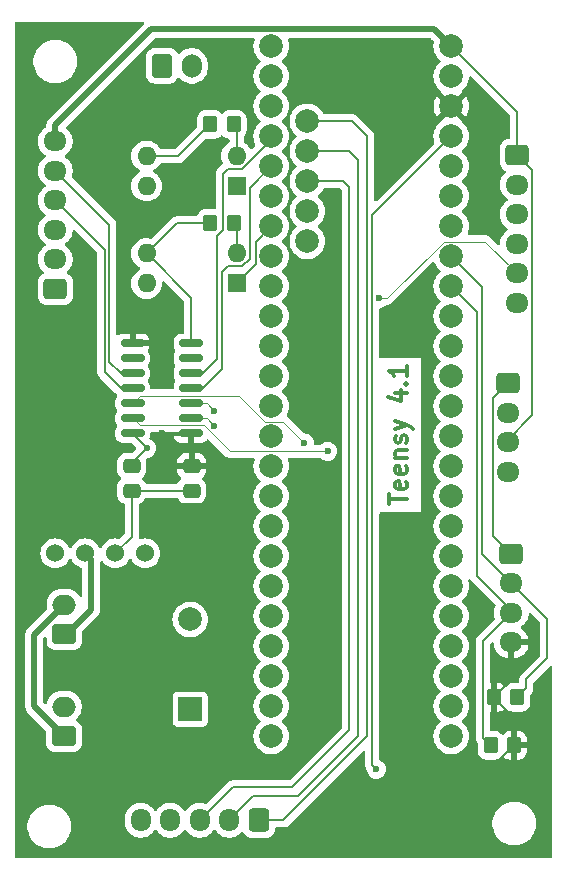
<source format=gbr>
%TF.GenerationSoftware,KiCad,Pcbnew,8.0.2-1*%
%TF.CreationDate,2024-12-19T12:27:28-05:00*%
%TF.ProjectId,Airbrake_ComputeBoard,41697262-7261-46b6-955f-436f6d707574,rev?*%
%TF.SameCoordinates,Original*%
%TF.FileFunction,Copper,L1,Top*%
%TF.FilePolarity,Positive*%
%FSLAX46Y46*%
G04 Gerber Fmt 4.6, Leading zero omitted, Abs format (unit mm)*
G04 Created by KiCad (PCBNEW 8.0.2-1) date 2024-12-19 12:27:28*
%MOMM*%
%LPD*%
G01*
G04 APERTURE LIST*
G04 Aperture macros list*
%AMRoundRect*
0 Rectangle with rounded corners*
0 $1 Rounding radius*
0 $2 $3 $4 $5 $6 $7 $8 $9 X,Y pos of 4 corners*
0 Add a 4 corners polygon primitive as box body*
4,1,4,$2,$3,$4,$5,$6,$7,$8,$9,$2,$3,0*
0 Add four circle primitives for the rounded corners*
1,1,$1+$1,$2,$3*
1,1,$1+$1,$4,$5*
1,1,$1+$1,$6,$7*
1,1,$1+$1,$8,$9*
0 Add four rect primitives between the rounded corners*
20,1,$1+$1,$2,$3,$4,$5,0*
20,1,$1+$1,$4,$5,$6,$7,0*
20,1,$1+$1,$6,$7,$8,$9,0*
20,1,$1+$1,$8,$9,$2,$3,0*%
G04 Aperture macros list end*
%ADD10C,0.300000*%
%TA.AperFunction,NonConductor*%
%ADD11C,0.300000*%
%TD*%
%TA.AperFunction,ComponentPad*%
%ADD12R,1.600000X1.600000*%
%TD*%
%TA.AperFunction,ComponentPad*%
%ADD13O,1.600000X1.600000*%
%TD*%
%TA.AperFunction,ComponentPad*%
%ADD14RoundRect,0.250000X0.600000X0.725000X-0.600000X0.725000X-0.600000X-0.725000X0.600000X-0.725000X0*%
%TD*%
%TA.AperFunction,ComponentPad*%
%ADD15O,1.700000X1.950000*%
%TD*%
%TA.AperFunction,SMDPad,CuDef*%
%ADD16RoundRect,0.150000X0.825000X0.150000X-0.825000X0.150000X-0.825000X-0.150000X0.825000X-0.150000X0*%
%TD*%
%TA.AperFunction,ComponentPad*%
%ADD17C,2.000000*%
%TD*%
%TA.AperFunction,ComponentPad*%
%ADD18R,2.000000X2.000000*%
%TD*%
%TA.AperFunction,SMDPad,CuDef*%
%ADD19RoundRect,0.250000X0.350000X0.450000X-0.350000X0.450000X-0.350000X-0.450000X0.350000X-0.450000X0*%
%TD*%
%TA.AperFunction,ComponentPad*%
%ADD20C,1.524000*%
%TD*%
%TA.AperFunction,ComponentPad*%
%ADD21RoundRect,0.250000X-0.725000X0.600000X-0.725000X-0.600000X0.725000X-0.600000X0.725000X0.600000X0*%
%TD*%
%TA.AperFunction,ComponentPad*%
%ADD22O,1.950000X1.700000*%
%TD*%
%TA.AperFunction,SMDPad,CuDef*%
%ADD23RoundRect,0.250000X-0.475000X0.337500X-0.475000X-0.337500X0.475000X-0.337500X0.475000X0.337500X0*%
%TD*%
%TA.AperFunction,ComponentPad*%
%ADD24RoundRect,0.250000X0.750000X-0.600000X0.750000X0.600000X-0.750000X0.600000X-0.750000X-0.600000X0*%
%TD*%
%TA.AperFunction,ComponentPad*%
%ADD25O,2.000000X1.700000*%
%TD*%
%TA.AperFunction,ComponentPad*%
%ADD26RoundRect,0.250000X0.725000X-0.600000X0.725000X0.600000X-0.725000X0.600000X-0.725000X-0.600000X0*%
%TD*%
%TA.AperFunction,ComponentPad*%
%ADD27RoundRect,0.250000X-0.600000X-0.750000X0.600000X-0.750000X0.600000X0.750000X-0.600000X0.750000X0*%
%TD*%
%TA.AperFunction,ComponentPad*%
%ADD28O,1.700000X2.000000*%
%TD*%
%TA.AperFunction,ViaPad*%
%ADD29C,0.600000*%
%TD*%
%TA.AperFunction,Conductor*%
%ADD30C,0.500000*%
%TD*%
%TA.AperFunction,Conductor*%
%ADD31C,0.200000*%
%TD*%
%TA.AperFunction,Conductor*%
%ADD32C,0.100000*%
%TD*%
G04 APERTURE END LIST*
D10*
D11*
X167210828Y-105069774D02*
X167210828Y-104212632D01*
X168710828Y-104641203D02*
X167210828Y-104641203D01*
X168639400Y-103141203D02*
X168710828Y-103284060D01*
X168710828Y-103284060D02*
X168710828Y-103569775D01*
X168710828Y-103569775D02*
X168639400Y-103712632D01*
X168639400Y-103712632D02*
X168496542Y-103784060D01*
X168496542Y-103784060D02*
X167925114Y-103784060D01*
X167925114Y-103784060D02*
X167782257Y-103712632D01*
X167782257Y-103712632D02*
X167710828Y-103569775D01*
X167710828Y-103569775D02*
X167710828Y-103284060D01*
X167710828Y-103284060D02*
X167782257Y-103141203D01*
X167782257Y-103141203D02*
X167925114Y-103069775D01*
X167925114Y-103069775D02*
X168067971Y-103069775D01*
X168067971Y-103069775D02*
X168210828Y-103784060D01*
X168639400Y-101855489D02*
X168710828Y-101998346D01*
X168710828Y-101998346D02*
X168710828Y-102284061D01*
X168710828Y-102284061D02*
X168639400Y-102426918D01*
X168639400Y-102426918D02*
X168496542Y-102498346D01*
X168496542Y-102498346D02*
X167925114Y-102498346D01*
X167925114Y-102498346D02*
X167782257Y-102426918D01*
X167782257Y-102426918D02*
X167710828Y-102284061D01*
X167710828Y-102284061D02*
X167710828Y-101998346D01*
X167710828Y-101998346D02*
X167782257Y-101855489D01*
X167782257Y-101855489D02*
X167925114Y-101784061D01*
X167925114Y-101784061D02*
X168067971Y-101784061D01*
X168067971Y-101784061D02*
X168210828Y-102498346D01*
X167710828Y-101141204D02*
X168710828Y-101141204D01*
X167853685Y-101141204D02*
X167782257Y-101069775D01*
X167782257Y-101069775D02*
X167710828Y-100926918D01*
X167710828Y-100926918D02*
X167710828Y-100712632D01*
X167710828Y-100712632D02*
X167782257Y-100569775D01*
X167782257Y-100569775D02*
X167925114Y-100498347D01*
X167925114Y-100498347D02*
X168710828Y-100498347D01*
X168639400Y-99855489D02*
X168710828Y-99712632D01*
X168710828Y-99712632D02*
X168710828Y-99426918D01*
X168710828Y-99426918D02*
X168639400Y-99284061D01*
X168639400Y-99284061D02*
X168496542Y-99212632D01*
X168496542Y-99212632D02*
X168425114Y-99212632D01*
X168425114Y-99212632D02*
X168282257Y-99284061D01*
X168282257Y-99284061D02*
X168210828Y-99426918D01*
X168210828Y-99426918D02*
X168210828Y-99641204D01*
X168210828Y-99641204D02*
X168139400Y-99784061D01*
X168139400Y-99784061D02*
X167996542Y-99855489D01*
X167996542Y-99855489D02*
X167925114Y-99855489D01*
X167925114Y-99855489D02*
X167782257Y-99784061D01*
X167782257Y-99784061D02*
X167710828Y-99641204D01*
X167710828Y-99641204D02*
X167710828Y-99426918D01*
X167710828Y-99426918D02*
X167782257Y-99284061D01*
X167710828Y-98712632D02*
X168710828Y-98355489D01*
X167710828Y-97998346D02*
X168710828Y-98355489D01*
X168710828Y-98355489D02*
X169067971Y-98498346D01*
X169067971Y-98498346D02*
X169139400Y-98569775D01*
X169139400Y-98569775D02*
X169210828Y-98712632D01*
X167710828Y-95641204D02*
X168710828Y-95641204D01*
X167139400Y-95998346D02*
X168210828Y-96355489D01*
X168210828Y-96355489D02*
X168210828Y-95426918D01*
X168567971Y-94855490D02*
X168639400Y-94784061D01*
X168639400Y-94784061D02*
X168710828Y-94855490D01*
X168710828Y-94855490D02*
X168639400Y-94926918D01*
X168639400Y-94926918D02*
X168567971Y-94855490D01*
X168567971Y-94855490D02*
X168710828Y-94855490D01*
X168710828Y-93355489D02*
X168710828Y-94212632D01*
X168710828Y-93784061D02*
X167210828Y-93784061D01*
X167210828Y-93784061D02*
X167425114Y-93926918D01*
X167425114Y-93926918D02*
X167567971Y-94069775D01*
X167567971Y-94069775D02*
X167639400Y-94212632D01*
D12*
%TO.P,U3,1*%
%TO.N,/Stop*%
X154295000Y-78110000D03*
D13*
%TO.P,U3,2*%
%TO.N,Net-(R3-Pad1)*%
X154295000Y-75570000D03*
%TO.P,U3,3*%
%TO.N,GND*%
X146675000Y-75570000D03*
%TO.P,U3,4*%
%TO.N,/Stop_5V*%
X146675000Y-78110000D03*
%TD*%
D14*
%TO.P,BlueRaven1,1,Pin_1*%
%TO.N,/usb_5v*%
X156170000Y-131826000D03*
D15*
%TO.P,BlueRaven1,2,Pin_2*%
%TO.N,/D-*%
X153670000Y-131826000D03*
%TO.P,BlueRaven1,3,Pin_3*%
%TO.N,/D+*%
X151170000Y-131826000D03*
%TO.P,BlueRaven1,4,Pin_4*%
%TO.N,GND*%
X148670000Y-131826000D03*
%TO.P,BlueRaven1,5,Pin_5*%
X146170000Y-131826000D03*
%TD*%
D16*
%TO.P,U2,1,VCCA*%
%TO.N,+3.3V*%
X150430000Y-99060000D03*
%TO.P,U2,2,A1*%
%TO.N,/Encoder_A*%
X150430000Y-97790000D03*
%TO.P,U2,3,A2*%
%TO.N,/Encoder_B*%
X150430000Y-96520000D03*
%TO.P,U2,4,A3*%
%TO.N,/BK*%
X150430000Y-95250000D03*
%TO.P,U2,5,A4*%
%TO.N,/SV*%
X150430000Y-93980000D03*
%TO.P,U2,6,NC*%
%TO.N,unconnected-(U2-NC-Pad6)*%
X150430000Y-92710000D03*
%TO.P,U2,7,GND*%
%TO.N,GND*%
X150430000Y-91440000D03*
%TO.P,U2,8,OE*%
%TO.N,+3.3V*%
X145480000Y-91440000D03*
%TO.P,U2,9,NC*%
%TO.N,unconnected-(U2-NC-Pad9)*%
X145480000Y-92710000D03*
%TO.P,U2,10,B4*%
%TO.N,/SV_5V*%
X145480000Y-93980000D03*
%TO.P,U2,11,B3*%
%TO.N,/BK_5V*%
X145480000Y-95250000D03*
%TO.P,U2,12,B2*%
%TO.N,/Encoder_B_5V*%
X145480000Y-96520000D03*
%TO.P,U2,13,B1*%
%TO.N,/Encoder_A_5V*%
X145480000Y-97790000D03*
%TO.P,U2,14,VCCB*%
%TO.N,+5V*%
X145480000Y-99060000D03*
%TD*%
D17*
%TO.P,Teensy4.1,0,GND*%
%TO.N,GND*%
X157226000Y-66294000D03*
%TO.P,Teensy4.1,1,RX1*%
%TO.N,unconnected-(Teensy4.1-RX1-Pad1)*%
X157226000Y-68834000D03*
%TO.P,Teensy4.1,2,TX1*%
%TO.N,unconnected-(Teensy4.1-TX1-Pad2)*%
X157226000Y-71374000D03*
%TO.P,Teensy4.1,3,PWM*%
%TO.N,/SV*%
X157226000Y-73914000D03*
%TO.P,Teensy4.1,4,PWM*%
%TO.N,/BK*%
X157226000Y-76454000D03*
%TO.P,Teensy4.1,5,PWM*%
%TO.N,/Stop*%
X157226000Y-78994000D03*
%TO.P,Teensy4.1,6,PWM*%
%TO.N,/Dir*%
X157226000Y-81534000D03*
%TO.P,Teensy4.1,7,PWM*%
%TO.N,/Limit_Switch*%
X157226000Y-84074000D03*
%TO.P,Teensy4.1,8,RX2*%
%TO.N,unconnected-(Teensy4.1-RX2-Pad8)*%
X157226000Y-86614000D03*
%TO.P,Teensy4.1,9,TX2*%
%TO.N,unconnected-(Teensy4.1-TX2-Pad9)*%
X157226000Y-89154000D03*
%TO.P,Teensy4.1,10,PWM*%
%TO.N,unconnected-(Teensy4.1-PWM-Pad10)*%
X157226000Y-91694000D03*
%TO.P,Teensy4.1,11,CS*%
%TO.N,/CS*%
X157226000Y-94234000D03*
%TO.P,Teensy4.1,12,MOSI*%
%TO.N,/MOSI*%
X157226000Y-96774000D03*
%TO.P,Teensy4.1,13,MISO*%
%TO.N,/MISO*%
X157226000Y-99314000D03*
%TO.P,Teensy4.1,14,3.3V*%
%TO.N,unconnected-(Teensy4.1-3.3V-Pad14)*%
X157226000Y-101854000D03*
%TO.P,Teensy4.1,15,SCL2*%
%TO.N,unconnected-(Teensy4.1-SCL2-Pad15)*%
X157226000Y-104394000D03*
%TO.P,Teensy4.1,16,SDA2*%
%TO.N,unconnected-(Teensy4.1-SDA2-Pad16)*%
X157226000Y-106934000D03*
%TO.P,Teensy4.1,17,MOSI1*%
%TO.N,unconnected-(Teensy4.1-MOSI1-Pad17)*%
X157226000Y-109474000D03*
%TO.P,Teensy4.1,18,SCK1*%
%TO.N,unconnected-(Teensy4.1-SCK1-Pad18)*%
X157226000Y-112014000D03*
%TO.P,Teensy4.1,19,RX7*%
%TO.N,unconnected-(Teensy4.1-RX7-Pad19)*%
X157226000Y-114554000D03*
%TO.P,Teensy4.1,20,TX7*%
%TO.N,unconnected-(Teensy4.1-TX7-Pad20)*%
X157226000Y-117094000D03*
%TO.P,Teensy4.1,21,GPIO*%
%TO.N,unconnected-(Teensy4.1-GPIO-Pad21)*%
X157226000Y-119634000D03*
%TO.P,Teensy4.1,22,GPIO*%
%TO.N,unconnected-(Teensy4.1-GPIO-Pad22)*%
X157226000Y-122174000D03*
%TO.P,Teensy4.1,23,GPIO*%
%TO.N,unconnected-(Teensy4.1-GPIO-Pad23)*%
X157226000Y-124714000D03*
%TO.P,Teensy4.1,24,PWM*%
%TO.N,unconnected-(Teensy4.1-PWM-Pad24)*%
X172466000Y-124714000D03*
%TO.P,Teensy4.1,25,RX8*%
%TO.N,unconnected-(Teensy4.1-RX8-Pad25)*%
X172466000Y-122174000D03*
%TO.P,Teensy4.1,26,TX8*%
%TO.N,unconnected-(Teensy4.1-TX8-Pad26)*%
X172466000Y-119634000D03*
%TO.P,Teensy4.1,27,PWM*%
%TO.N,/Encoder_A*%
X172466000Y-117094000D03*
%TO.P,Teensy4.1,28,PWM*%
%TO.N,/Encoder_B*%
X172466000Y-114554000D03*
%TO.P,Teensy4.1,29,CS1*%
%TO.N,unconnected-(Teensy4.1-CS1-Pad29)*%
X172466000Y-112014000D03*
%TO.P,Teensy4.1,30,MISO*%
%TO.N,unconnected-(Teensy4.1-MISO-Pad30)*%
X172466000Y-109474000D03*
%TO.P,Teensy4.1,31,A16*%
%TO.N,unconnected-(Teensy4.1-A16-Pad31)*%
X172466000Y-106934000D03*
%TO.P,Teensy4.1,32,A17*%
%TO.N,unconnected-(Teensy4.1-A17-Pad32)*%
X172466000Y-104394000D03*
%TO.P,Teensy4.1,33,GND*%
%TO.N,unconnected-(Teensy4.1-GND-Pad33)*%
X172466000Y-101854000D03*
%TO.P,Teensy4.1,34,SCK*%
%TO.N,/SCK*%
X172466000Y-99314000D03*
%TO.P,Teensy4.1,35,A0*%
%TO.N,unconnected-(Teensy4.1-A0-Pad35)*%
X172466000Y-96774000D03*
%TO.P,Teensy4.1,36,A1*%
%TO.N,unconnected-(Teensy4.1-A1-Pad36)*%
X172466000Y-94234000D03*
%TO.P,Teensy4.1,37,A2*%
%TO.N,unconnected-(Teensy4.1-A2-Pad37)*%
X172466000Y-91694000D03*
%TO.P,Teensy4.1,38,A3*%
%TO.N,unconnected-(Teensy4.1-A3-Pad38)*%
X172466000Y-89154000D03*
%TO.P,Teensy4.1,39,SDA*%
%TO.N,/SDA*%
X172466000Y-86614000D03*
%TO.P,Teensy4.1,40,SCL*%
%TO.N,/SCL*%
X172466000Y-84074000D03*
%TO.P,Teensy4.1,41,TX5*%
%TO.N,/BR-RX*%
X172466000Y-81534000D03*
%TO.P,Teensy4.1,42,RX5*%
%TO.N,/BR-TX*%
X172466000Y-78994000D03*
%TO.P,Teensy4.1,43,PWM*%
%TO.N,unconnected-(Teensy4.1-PWM-Pad43)*%
X172466000Y-76454000D03*
%TO.P,Teensy4.1,44,PWM*%
%TO.N,/buzzer*%
X172466000Y-73914000D03*
%TO.P,Teensy4.1,45,3.3V*%
%TO.N,+3.3V*%
X172466000Y-71374000D03*
%TO.P,Teensy4.1,46,GND*%
%TO.N,GND*%
X172466000Y-68834000D03*
%TO.P,Teensy4.1,47,Vin*%
%TO.N,+5V*%
X172466000Y-66294000D03*
%TO.P,Teensy4.1,48,usb_5v*%
%TO.N,/usb_5v*%
X160276000Y-72644000D03*
%TO.P,Teensy4.1,49,usb_D-*%
%TO.N,/D-*%
X160276000Y-75184000D03*
%TO.P,Teensy4.1,50,usb_D+*%
%TO.N,/D+*%
X160276000Y-77724000D03*
%TO.P,Teensy4.1,51,GND*%
%TO.N,GND*%
X160276000Y-80264000D03*
%TO.P,Teensy4.1,52,GND*%
X160276000Y-82804000D03*
%TD*%
D18*
%TO.P,BZ1,1,+*%
%TO.N,/buzzer*%
X150368000Y-122418000D03*
D17*
%TO.P,BZ1,2,-*%
%TO.N,GND*%
X150368000Y-114818000D03*
%TD*%
D19*
%TO.P,R2,1*%
%TO.N,+3.3V*%
X177800000Y-125476000D03*
%TO.P,R2,2*%
%TO.N,/SDA*%
X175800000Y-125476000D03*
%TD*%
D20*
%TO.P,Buck_Converter1,0,EN*%
%TO.N,unconnected-(Buck_Converter1-EN-Pad0)*%
X138938000Y-109220000D03*
%TO.P,Buck_Converter1,1,VIN*%
%TO.N,Net-(Buck_Converter1-VIN)*%
X141478000Y-109220000D03*
%TO.P,Buck_Converter1,2,GND*%
%TO.N,GND*%
X144018000Y-109220000D03*
%TO.P,Buck_Converter1,3,VO*%
%TO.N,+5V*%
X146558000Y-109220000D03*
%TD*%
D21*
%TO.P,VN-100-1,1,Pin_1*%
%TO.N,+5V*%
X178054000Y-75518000D03*
D22*
%TO.P,VN-100-1,2,Pin_2*%
%TO.N,/MOSI*%
X178054000Y-78018000D03*
%TO.P,VN-100-1,3,Pin_3*%
%TO.N,/MISO*%
X178054000Y-80518000D03*
%TO.P,VN-100-1,4,Pin_4*%
%TO.N,/SCK*%
X178054000Y-83018000D03*
%TO.P,VN-100-1,5,Pin_5*%
%TO.N,/CS*%
X178054000Y-85518000D03*
%TO.P,VN-100-1,6,Pin_6*%
%TO.N,GND*%
X178054000Y-88018000D03*
%TD*%
D23*
%TO.P,C2,1*%
%TO.N,+5V*%
X145415000Y-101832500D03*
%TO.P,C2,2*%
%TO.N,GND*%
X145415000Y-103907500D03*
%TD*%
D24*
%TO.P,PowerSwitch1,1,Pin_1*%
%TO.N,Net-(Buck_Converter1-VIN)*%
X139700000Y-116058000D03*
D25*
%TO.P,PowerSwitch1,2,Pin_2*%
%TO.N,Net-(Battery1-Pin_1)*%
X139700000Y-113558000D03*
%TD*%
D21*
%TO.P,SensorBoard1,1,Pin_1*%
%TO.N,GND*%
X177546000Y-109260000D03*
D22*
%TO.P,SensorBoard1,2,Pin_2*%
%TO.N,/SCL*%
X177546000Y-111760000D03*
%TO.P,SensorBoard1,3,Pin_3*%
%TO.N,/SDA*%
X177546000Y-114260000D03*
%TO.P,SensorBoard1,4,Pin_4*%
%TO.N,+3.3V*%
X177546000Y-116760000D03*
%TD*%
D26*
%TO.P,MotorDriver1,1,Pin_1*%
%TO.N,GND*%
X138938000Y-86828000D03*
D22*
%TO.P,MotorDriver1,2,Pin_2*%
%TO.N,/Dir_5V*%
X138938000Y-84328000D03*
%TO.P,MotorDriver1,3,Pin_3*%
%TO.N,/Stop_5V*%
X138938000Y-81828000D03*
%TO.P,MotorDriver1,4,Pin_4*%
%TO.N,/BK_5V*%
X138938000Y-79328000D03*
%TO.P,MotorDriver1,5,Pin_5*%
%TO.N,/SV_5V*%
X138938000Y-76828000D03*
%TO.P,MotorDriver1,6,Pin_6*%
%TO.N,+5V*%
X138938000Y-74328000D03*
%TD*%
D21*
%TO.P,MotorEncoder1,1,Pin_1*%
%TO.N,GND*%
X177309000Y-94802000D03*
D22*
%TO.P,MotorEncoder1,2,Pin_2*%
%TO.N,/Encoder_A_5V*%
X177309000Y-97302000D03*
%TO.P,MotorEncoder1,3,Pin_3*%
%TO.N,+5V*%
X177309000Y-99802000D03*
%TO.P,MotorEncoder1,4,Pin_4*%
%TO.N,/Encoder_B_5V*%
X177309000Y-102302000D03*
%TD*%
D12*
%TO.P,U1,1*%
%TO.N,/Dir*%
X154295000Y-86365000D03*
D13*
%TO.P,U1,2*%
%TO.N,Net-(R5-Pad1)*%
X154295000Y-83825000D03*
%TO.P,U1,3*%
%TO.N,GND*%
X146675000Y-83825000D03*
%TO.P,U1,4*%
%TO.N,/Dir_5V*%
X146675000Y-86365000D03*
%TD*%
D23*
%TO.P,C1,1*%
%TO.N,+3.3V*%
X150495000Y-101832500D03*
%TO.P,C1,2*%
%TO.N,GND*%
X150495000Y-103907500D03*
%TD*%
D19*
%TO.P,R1,1*%
%TO.N,/SCL*%
X178054000Y-121412000D03*
%TO.P,R1,2*%
%TO.N,+3.3V*%
X176054000Y-121412000D03*
%TD*%
%TO.P,R3,1*%
%TO.N,Net-(R3-Pad1)*%
X154035000Y-72898000D03*
%TO.P,R3,2*%
%TO.N,GND*%
X152035000Y-72898000D03*
%TD*%
D24*
%TO.P,Battery1,1,Pin_1*%
%TO.N,Net-(Battery1-Pin_1)*%
X139683000Y-124694000D03*
D25*
%TO.P,Battery1,2,Pin_2*%
%TO.N,GND*%
X139683000Y-122194000D03*
%TD*%
D19*
%TO.P,R5,1*%
%TO.N,Net-(R5-Pad1)*%
X154035000Y-81280000D03*
%TO.P,R5,2*%
%TO.N,GND*%
X152035000Y-81280000D03*
%TD*%
D27*
%TO.P,LimitSwitch1,1,Pin_1*%
%TO.N,GND*%
X147995000Y-67945000D03*
D28*
%TO.P,LimitSwitch1,2,Pin_2*%
%TO.N,/Limit_Switch*%
X150495000Y-67945000D03*
%TD*%
D29*
%TO.N,+5V*%
X146685000Y-100330000D03*
%TO.N,+3.3V*%
X147955000Y-92710000D03*
X147955000Y-99060000D03*
X167640000Y-127000000D03*
%TO.N,/CS*%
X166370000Y-87630000D03*
%TO.N,/buzzer*%
X166116000Y-127508000D03*
%TO.N,/Encoder_A*%
X152400000Y-98425000D03*
%TO.N,/Encoder_B*%
X152400000Y-97155000D03*
%TO.N,/Encoder_A_5V*%
X161990000Y-100584000D03*
%TO.N,/Encoder_B_5V*%
X160020000Y-99864000D03*
%TD*%
D30*
%TO.N,Net-(Battery1-Pin_1)*%
X137160000Y-116098000D02*
X139700000Y-113558000D01*
X137160000Y-122171000D02*
X137160000Y-116098000D01*
X139683000Y-124694000D02*
X137160000Y-122171000D01*
D31*
%TO.N,/usb_5v*%
X165354000Y-124714000D02*
X165354000Y-73914000D01*
X156170000Y-131826000D02*
X158242000Y-131826000D01*
X164084000Y-72644000D02*
X160276000Y-72644000D01*
X165354000Y-73914000D02*
X164084000Y-72644000D01*
X158242000Y-131826000D02*
X165354000Y-124714000D01*
%TO.N,/D+*%
X163322000Y-77724000D02*
X160276000Y-77724000D01*
X163830000Y-124206000D02*
X163830000Y-78232000D01*
X163830000Y-78232000D02*
X163322000Y-77724000D01*
X159004000Y-129032000D02*
X163830000Y-124206000D01*
X153964000Y-129032000D02*
X159004000Y-129032000D01*
X151170000Y-131826000D02*
X153964000Y-129032000D01*
%TO.N,/D-*%
X159512000Y-129794000D02*
X164592000Y-124714000D01*
X163830000Y-75184000D02*
X160276000Y-75184000D01*
X164592000Y-75946000D02*
X163830000Y-75184000D01*
X155702000Y-129794000D02*
X159512000Y-129794000D01*
X153670000Y-131826000D02*
X155702000Y-129794000D01*
X164592000Y-124714000D02*
X164592000Y-75946000D01*
D30*
%TO.N,+5V*%
X171016000Y-64844000D02*
X172466000Y-66294000D01*
D31*
X177272000Y-99802000D02*
X177165000Y-99695000D01*
X177309000Y-99802000D02*
X177272000Y-99802000D01*
X179329000Y-97531000D02*
X179329000Y-76793000D01*
X145480000Y-99060000D02*
X145480000Y-99125000D01*
X178054000Y-71882000D02*
X178054000Y-75518000D01*
X145480000Y-99125000D02*
X146685000Y-100330000D01*
D30*
X147072000Y-64844000D02*
X171016000Y-64844000D01*
D31*
X145415000Y-101832500D02*
X145415000Y-101600000D01*
X179329000Y-76793000D02*
X178054000Y-75518000D01*
X172466000Y-66294000D02*
X178054000Y-71882000D01*
X145415000Y-101600000D02*
X146685000Y-100330000D01*
X177165000Y-99695000D02*
X179329000Y-97531000D01*
D30*
X138938000Y-72978000D02*
X147072000Y-64844000D01*
X138938000Y-74328000D02*
X138938000Y-72978000D01*
D31*
%TO.N,/BK*%
X151404999Y-95250000D02*
X153035000Y-93619999D01*
X155395000Y-84280635D02*
X155395000Y-78285000D01*
X153035000Y-85425000D02*
X153535000Y-84925000D01*
X154750635Y-84925000D02*
X155395000Y-84280635D01*
X153035000Y-93619999D02*
X153035000Y-85425000D01*
X155395000Y-78285000D02*
X157226000Y-76454000D01*
X150430000Y-95250000D02*
X151404999Y-95250000D01*
X153535000Y-84925000D02*
X154750635Y-84925000D01*
X156784000Y-76012000D02*
X157226000Y-76454000D01*
%TO.N,/SV*%
X152635000Y-92749999D02*
X152635000Y-82315000D01*
X157226000Y-74194635D02*
X157226000Y-73914000D01*
X151404999Y-93980000D02*
X152635000Y-92749999D01*
X154750635Y-76670000D02*
X157226000Y-74194635D01*
X153135000Y-81815000D02*
X153135000Y-77070000D01*
X152635000Y-82315000D02*
X153135000Y-81815000D01*
X153535000Y-76670000D02*
X154750635Y-76670000D01*
X150430000Y-93980000D02*
X151404999Y-93980000D01*
X153135000Y-77070000D02*
X153535000Y-76670000D01*
%TO.N,/SDA*%
X175154000Y-116652000D02*
X177546000Y-114260000D01*
X172466000Y-86614000D02*
X174625000Y-88773000D01*
X175800000Y-125476000D02*
X175154000Y-124830000D01*
X174625000Y-88773000D02*
X174625000Y-111125000D01*
X175154000Y-124830000D02*
X175154000Y-116652000D01*
X177546000Y-114046000D02*
X177546000Y-114260000D01*
X174625000Y-111125000D02*
X177546000Y-114046000D01*
%TO.N,+3.3V*%
X176054000Y-121412000D02*
X176054000Y-121444000D01*
X177546000Y-116760000D02*
X177546000Y-119920000D01*
X177800000Y-123190000D02*
X177800000Y-125476000D01*
X147955000Y-99060000D02*
X150430000Y-99060000D01*
X176054000Y-121444000D02*
X177800000Y-123190000D01*
X177546000Y-119920000D02*
X176054000Y-121412000D01*
X177800000Y-125476000D02*
X176276000Y-127000000D01*
X176276000Y-127000000D02*
X167640000Y-127000000D01*
X147955000Y-92710000D02*
X146685000Y-91440000D01*
X146685000Y-91440000D02*
X145480000Y-91440000D01*
%TO.N,/SCL*%
X178821000Y-119883000D02*
X180594000Y-118110000D01*
X175025000Y-86633000D02*
X172466000Y-84074000D01*
X180594000Y-118110000D02*
X180594000Y-114808000D01*
X178821000Y-120645000D02*
X178821000Y-119883000D01*
X175025000Y-109239000D02*
X175025000Y-86633000D01*
X177546000Y-111760000D02*
X175025000Y-109239000D01*
X180594000Y-114808000D02*
X177546000Y-111760000D01*
X178054000Y-121412000D02*
X178821000Y-120645000D01*
%TO.N,GND*%
X149220000Y-81280000D02*
X146675000Y-83825000D01*
X176034000Y-96077000D02*
X177309000Y-94802000D01*
X176034000Y-107748000D02*
X176034000Y-96077000D01*
X152035000Y-81280000D02*
X149220000Y-81280000D01*
X145415000Y-103907500D02*
X145415000Y-107823000D01*
X177546000Y-109260000D02*
X176034000Y-107748000D01*
X146675000Y-75570000D02*
X149363000Y-75570000D01*
X149363000Y-75570000D02*
X152035000Y-72898000D01*
X150430000Y-91440000D02*
X150430000Y-87580000D01*
X145415000Y-107823000D02*
X144018000Y-109220000D01*
X150495000Y-103907500D02*
X145415000Y-103907500D01*
X150430000Y-87580000D02*
X146675000Y-83825000D01*
%TO.N,/SCK*%
X178054000Y-83018000D02*
X178054000Y-83766654D01*
D30*
%TO.N,Net-(Buck_Converter1-VIN)*%
X141986000Y-114009000D02*
X141986000Y-109728000D01*
X139937000Y-116058000D02*
X141986000Y-114009000D01*
X141986000Y-109728000D02*
X141478000Y-109220000D01*
D32*
%TO.N,/CS*%
X178054000Y-85518000D02*
X175360000Y-82824000D01*
X167005000Y-87630000D02*
X166370000Y-87630000D01*
X175360000Y-82824000D02*
X171811000Y-82824000D01*
X171811000Y-82824000D02*
X167005000Y-87630000D01*
D31*
%TO.N,/buzzer*%
X166116000Y-127508000D02*
X165770000Y-127162000D01*
X165770000Y-127162000D02*
X165770000Y-80610000D01*
X165770000Y-80610000D02*
X172466000Y-73914000D01*
%TO.N,/SV_5V*%
X143510000Y-92984999D02*
X144505001Y-93980000D01*
X143510000Y-81400000D02*
X143510000Y-92984999D01*
X138938000Y-76828000D02*
X143510000Y-81400000D01*
X144505001Y-93980000D02*
X145480000Y-93980000D01*
D32*
%TO.N,/Encoder_A*%
X151765000Y-97790000D02*
X150430000Y-97790000D01*
X152400000Y-98425000D02*
X151765000Y-97790000D01*
%TO.N,/Encoder_B*%
X152400000Y-97155000D02*
X151765000Y-96520000D01*
X151765000Y-96520000D02*
X150430000Y-96520000D01*
D31*
%TO.N,/Dir*%
X155926000Y-84734000D02*
X155926000Y-82834000D01*
X155926000Y-82834000D02*
X157226000Y-81534000D01*
X154295000Y-86365000D02*
X155926000Y-84734000D01*
%TO.N,/BK_5V*%
X145480000Y-95250000D02*
X144505001Y-95250000D01*
X144505001Y-95250000D02*
X143110000Y-93854999D01*
X143110000Y-83500000D02*
X138938000Y-79328000D01*
X143110000Y-93854999D02*
X143110000Y-83500000D01*
D32*
%TO.N,/Encoder_A_5V*%
X153710471Y-100584000D02*
X161990000Y-100584000D01*
X151516471Y-98390000D02*
X153710471Y-100584000D01*
X146080000Y-98390000D02*
X151516471Y-98390000D01*
X145480000Y-97790000D02*
X146080000Y-98390000D01*
%TO.N,/Encoder_B_5V*%
X145480000Y-96520000D02*
X146115000Y-95885000D01*
X154498522Y-95885000D02*
X156687522Y-98074000D01*
X156687522Y-98074000D02*
X156697522Y-98064000D01*
X156697522Y-98064000D02*
X158220000Y-98064000D01*
X146115000Y-95885000D02*
X154498522Y-95885000D01*
X158220000Y-98064000D02*
X160020000Y-99864000D01*
D31*
%TO.N,Net-(R3-Pad1)*%
X154295000Y-75570000D02*
X154295000Y-72650000D01*
X154295000Y-72650000D02*
X154035000Y-72390000D01*
%TO.N,Net-(R5-Pad1)*%
X154295000Y-81540000D02*
X154035000Y-81280000D01*
X154295000Y-83825000D02*
X154295000Y-81540000D01*
%TD*%
%TA.AperFunction,Conductor*%
%TO.N,+3.3V*%
G36*
X146423810Y-64218185D02*
G01*
X146469565Y-64270989D01*
X146479509Y-64340147D01*
X146450484Y-64403703D01*
X146444452Y-64410181D01*
X138355048Y-72499583D01*
X138331270Y-72535172D01*
X138307369Y-72570943D01*
X138272914Y-72622507D01*
X138272913Y-72622509D01*
X138216343Y-72759082D01*
X138216340Y-72759092D01*
X138187500Y-72904079D01*
X138187500Y-73055019D01*
X138167815Y-73122058D01*
X138119797Y-73165503D01*
X138105180Y-73172950D01*
X137933213Y-73297890D01*
X137782890Y-73448213D01*
X137657951Y-73620179D01*
X137561444Y-73809585D01*
X137495753Y-74011760D01*
X137469423Y-74178001D01*
X137462500Y-74221713D01*
X137462500Y-74434287D01*
X137464885Y-74449344D01*
X137492614Y-74624423D01*
X137495754Y-74644243D01*
X137553626Y-74822355D01*
X137561444Y-74846414D01*
X137657951Y-75035820D01*
X137782890Y-75207786D01*
X137933209Y-75358105D01*
X137933214Y-75358109D01*
X138097793Y-75477682D01*
X138140459Y-75533011D01*
X138146438Y-75602625D01*
X138113833Y-75664420D01*
X138097793Y-75678318D01*
X137933214Y-75797890D01*
X137933209Y-75797894D01*
X137782890Y-75948213D01*
X137657951Y-76120179D01*
X137561444Y-76309585D01*
X137495753Y-76511760D01*
X137479202Y-76616261D01*
X137462500Y-76721713D01*
X137462500Y-76934287D01*
X137471474Y-76990945D01*
X137492468Y-77123500D01*
X137495754Y-77144243D01*
X137528460Y-77244902D01*
X137561444Y-77346414D01*
X137657951Y-77535820D01*
X137782890Y-77707786D01*
X137933209Y-77858105D01*
X137933214Y-77858109D01*
X138097793Y-77977682D01*
X138140459Y-78033011D01*
X138146438Y-78102625D01*
X138113833Y-78164420D01*
X138097793Y-78178318D01*
X137933214Y-78297890D01*
X137933209Y-78297894D01*
X137782890Y-78448213D01*
X137657951Y-78620179D01*
X137561444Y-78809585D01*
X137495753Y-79011760D01*
X137472866Y-79156262D01*
X137462500Y-79221713D01*
X137462500Y-79434287D01*
X137495754Y-79644243D01*
X137538278Y-79775119D01*
X137561444Y-79846414D01*
X137657951Y-80035820D01*
X137782890Y-80207786D01*
X137933209Y-80358105D01*
X137933214Y-80358109D01*
X138097793Y-80477682D01*
X138140459Y-80533011D01*
X138146438Y-80602625D01*
X138113833Y-80664420D01*
X138097793Y-80678318D01*
X137933214Y-80797890D01*
X137933209Y-80797894D01*
X137782890Y-80948213D01*
X137657951Y-81120179D01*
X137599107Y-81235668D01*
X137561443Y-81309588D01*
X137501895Y-81492857D01*
X137495753Y-81511760D01*
X137462500Y-81721713D01*
X137462500Y-81934286D01*
X137493791Y-82131853D01*
X137495754Y-82144243D01*
X137553742Y-82322712D01*
X137561444Y-82346414D01*
X137657951Y-82535820D01*
X137782890Y-82707786D01*
X137933209Y-82858105D01*
X137933214Y-82858109D01*
X138097793Y-82977682D01*
X138140459Y-83033011D01*
X138146438Y-83102625D01*
X138113833Y-83164420D01*
X138097793Y-83178318D01*
X137933214Y-83297890D01*
X137933209Y-83297894D01*
X137782890Y-83448213D01*
X137657951Y-83620179D01*
X137561444Y-83809585D01*
X137495753Y-84011760D01*
X137462500Y-84221713D01*
X137462500Y-84434286D01*
X137492329Y-84622622D01*
X137495754Y-84644243D01*
X137554500Y-84825045D01*
X137561444Y-84846414D01*
X137657951Y-85035820D01*
X137782890Y-85207786D01*
X137921705Y-85346601D01*
X137955190Y-85407924D01*
X137950206Y-85477616D01*
X137908334Y-85533549D01*
X137899121Y-85539821D01*
X137744342Y-85635289D01*
X137620289Y-85759342D01*
X137528187Y-85908663D01*
X137528185Y-85908668D01*
X137500349Y-85992670D01*
X137473001Y-86075203D01*
X137473001Y-86075204D01*
X137473000Y-86075204D01*
X137462500Y-86177983D01*
X137462500Y-87478001D01*
X137462501Y-87478018D01*
X137473000Y-87580796D01*
X137473001Y-87580799D01*
X137520210Y-87723265D01*
X137528186Y-87747334D01*
X137620288Y-87896656D01*
X137744344Y-88020712D01*
X137893666Y-88112814D01*
X138060203Y-88167999D01*
X138162991Y-88178500D01*
X139713008Y-88178499D01*
X139815797Y-88167999D01*
X139982334Y-88112814D01*
X140131656Y-88020712D01*
X140255712Y-87896656D01*
X140347814Y-87747334D01*
X140402999Y-87580797D01*
X140413500Y-87478009D01*
X140413499Y-86177992D01*
X140412015Y-86163469D01*
X140402999Y-86075203D01*
X140402998Y-86075200D01*
X140347814Y-85908666D01*
X140255712Y-85759344D01*
X140131656Y-85635288D01*
X139982334Y-85543186D01*
X139982333Y-85543185D01*
X139976878Y-85539821D01*
X139930154Y-85487873D01*
X139918931Y-85418910D01*
X139946775Y-85354828D01*
X139954272Y-85346623D01*
X140093104Y-85207792D01*
X140218051Y-85035816D01*
X140314557Y-84846412D01*
X140380246Y-84644243D01*
X140413500Y-84434287D01*
X140413500Y-84221713D01*
X140380246Y-84011757D01*
X140314557Y-83809588D01*
X140218051Y-83620184D01*
X140218049Y-83620181D01*
X140218048Y-83620179D01*
X140093109Y-83448213D01*
X139942792Y-83297896D01*
X139932286Y-83290263D01*
X139778204Y-83178316D01*
X139735540Y-83122989D01*
X139729561Y-83053376D01*
X139762166Y-82991580D01*
X139778199Y-82977686D01*
X139942792Y-82858104D01*
X140093104Y-82707792D01*
X140093106Y-82707788D01*
X140093109Y-82707786D01*
X140215472Y-82539366D01*
X140218051Y-82535816D01*
X140314557Y-82346412D01*
X140380246Y-82144243D01*
X140382209Y-82131853D01*
X140395278Y-82049334D01*
X140413500Y-81934287D01*
X140413500Y-81934281D01*
X140413925Y-81931598D01*
X140443854Y-81868463D01*
X140503165Y-81831531D01*
X140573028Y-81832529D01*
X140624079Y-81863314D01*
X142473181Y-83712416D01*
X142506666Y-83773739D01*
X142509500Y-83800097D01*
X142509500Y-93768329D01*
X142509499Y-93768347D01*
X142509499Y-93934053D01*
X142509498Y-93934053D01*
X142550423Y-94086786D01*
X142550424Y-94086787D01*
X142558351Y-94100516D01*
X142558353Y-94100519D01*
X142629477Y-94223711D01*
X142629481Y-94223716D01*
X142748349Y-94342584D01*
X142748355Y-94342589D01*
X144020140Y-95614374D01*
X144020161Y-95614397D01*
X144026683Y-95620919D01*
X144049047Y-95653824D01*
X144049285Y-95653684D01*
X144051517Y-95657459D01*
X144052802Y-95659349D01*
X144053256Y-95660400D01*
X144136916Y-95801861D01*
X144141702Y-95808031D01*
X144139256Y-95809927D01*
X144165857Y-95858642D01*
X144160873Y-95928334D01*
X144140069Y-95960703D01*
X144141702Y-95961969D01*
X144136917Y-95968137D01*
X144053255Y-96109603D01*
X144053254Y-96109606D01*
X144007402Y-96267426D01*
X144007401Y-96267432D01*
X144004500Y-96304298D01*
X144004500Y-96735701D01*
X144007401Y-96772567D01*
X144007402Y-96772573D01*
X144053254Y-96930393D01*
X144053255Y-96930396D01*
X144136917Y-97071862D01*
X144141702Y-97078031D01*
X144139256Y-97079927D01*
X144165857Y-97128642D01*
X144160873Y-97198334D01*
X144140069Y-97230703D01*
X144141702Y-97231969D01*
X144136917Y-97238137D01*
X144053255Y-97379603D01*
X144053254Y-97379606D01*
X144007402Y-97537426D01*
X144007401Y-97537432D01*
X144004500Y-97574298D01*
X144004500Y-98005701D01*
X144007401Y-98042567D01*
X144007402Y-98042573D01*
X144053254Y-98200393D01*
X144053255Y-98200396D01*
X144053256Y-98200398D01*
X144056724Y-98206262D01*
X144136917Y-98341862D01*
X144141702Y-98348031D01*
X144139256Y-98349927D01*
X144165857Y-98398642D01*
X144160873Y-98468334D01*
X144140069Y-98500703D01*
X144141702Y-98501969D01*
X144136917Y-98508137D01*
X144053255Y-98649603D01*
X144053254Y-98649606D01*
X144007402Y-98807426D01*
X144007401Y-98807432D01*
X144004500Y-98844298D01*
X144004500Y-99275701D01*
X144007401Y-99312567D01*
X144007402Y-99312573D01*
X144053254Y-99470393D01*
X144053255Y-99470396D01*
X144053256Y-99470398D01*
X144074953Y-99507086D01*
X144136917Y-99611862D01*
X144136923Y-99611870D01*
X144253129Y-99728076D01*
X144253133Y-99728079D01*
X144253135Y-99728081D01*
X144394602Y-99811744D01*
X144436224Y-99823836D01*
X144552426Y-99857597D01*
X144552429Y-99857597D01*
X144552431Y-99857598D01*
X144589306Y-99860500D01*
X145314903Y-99860500D01*
X145381942Y-99880185D01*
X145402584Y-99896819D01*
X145748083Y-100242318D01*
X145781568Y-100303641D01*
X145776584Y-100373333D01*
X145748083Y-100417680D01*
X145457582Y-100708181D01*
X145396259Y-100741666D01*
X145369901Y-100744500D01*
X144889998Y-100744500D01*
X144889980Y-100744501D01*
X144787203Y-100755000D01*
X144787200Y-100755001D01*
X144620668Y-100810185D01*
X144620663Y-100810187D01*
X144471342Y-100902289D01*
X144347289Y-101026342D01*
X144255187Y-101175663D01*
X144255185Y-101175668D01*
X144227349Y-101259670D01*
X144200001Y-101342203D01*
X144200001Y-101342204D01*
X144200000Y-101342204D01*
X144189500Y-101444983D01*
X144189500Y-102220001D01*
X144189501Y-102220019D01*
X144200000Y-102322796D01*
X144200001Y-102322799D01*
X144255115Y-102489119D01*
X144255186Y-102489334D01*
X144347096Y-102638345D01*
X144347289Y-102638657D01*
X144471346Y-102762714D01*
X144474182Y-102764463D01*
X144475717Y-102766170D01*
X144477011Y-102767193D01*
X144476836Y-102767414D01*
X144520905Y-102816411D01*
X144532126Y-102885374D01*
X144504282Y-102949456D01*
X144474182Y-102975537D01*
X144471346Y-102977285D01*
X144347289Y-103101342D01*
X144255187Y-103250663D01*
X144255185Y-103250668D01*
X144243042Y-103287315D01*
X144200001Y-103417203D01*
X144200001Y-103417204D01*
X144200000Y-103417204D01*
X144189500Y-103519983D01*
X144189500Y-104295001D01*
X144189501Y-104295019D01*
X144200000Y-104397796D01*
X144200001Y-104397799D01*
X144255185Y-104564331D01*
X144255187Y-104564336D01*
X144290069Y-104620888D01*
X144347288Y-104713656D01*
X144471344Y-104837712D01*
X144620666Y-104929814D01*
X144729505Y-104965879D01*
X144786949Y-105005652D01*
X144813772Y-105070167D01*
X144814500Y-105083585D01*
X144814500Y-107522902D01*
X144794815Y-107589941D01*
X144778181Y-107610583D01*
X144429679Y-107959084D01*
X144368356Y-107992569D01*
X144309906Y-107991178D01*
X144238076Y-107971932D01*
X144238073Y-107971931D01*
X144238068Y-107971930D01*
X144238065Y-107971929D01*
X144238062Y-107971929D01*
X144018002Y-107952677D01*
X144017998Y-107952677D01*
X143797937Y-107971929D01*
X143797929Y-107971930D01*
X143584554Y-108029104D01*
X143584548Y-108029107D01*
X143384340Y-108122465D01*
X143384338Y-108122466D01*
X143203377Y-108249175D01*
X143047175Y-108405377D01*
X142920466Y-108586338D01*
X142920465Y-108586340D01*
X142860382Y-108715189D01*
X142814209Y-108767628D01*
X142747016Y-108786780D01*
X142680135Y-108766564D01*
X142635618Y-108715189D01*
X142586566Y-108609998D01*
X142575534Y-108586339D01*
X142448826Y-108405380D01*
X142292620Y-108249174D01*
X142292616Y-108249171D01*
X142292615Y-108249170D01*
X142111666Y-108122468D01*
X142111662Y-108122466D01*
X142094980Y-108114687D01*
X141911450Y-108029106D01*
X141911447Y-108029105D01*
X141911445Y-108029104D01*
X141698070Y-107971930D01*
X141698062Y-107971929D01*
X141478002Y-107952677D01*
X141477998Y-107952677D01*
X141257937Y-107971929D01*
X141257929Y-107971930D01*
X141044554Y-108029104D01*
X141044548Y-108029107D01*
X140844340Y-108122465D01*
X140844338Y-108122466D01*
X140663377Y-108249175D01*
X140507175Y-108405377D01*
X140380466Y-108586338D01*
X140380465Y-108586340D01*
X140320382Y-108715189D01*
X140274209Y-108767628D01*
X140207016Y-108786780D01*
X140140135Y-108766564D01*
X140095618Y-108715189D01*
X140046566Y-108609998D01*
X140035534Y-108586339D01*
X139908826Y-108405380D01*
X139752620Y-108249174D01*
X139752616Y-108249171D01*
X139752615Y-108249170D01*
X139571666Y-108122468D01*
X139571662Y-108122466D01*
X139554980Y-108114687D01*
X139371450Y-108029106D01*
X139371447Y-108029105D01*
X139371445Y-108029104D01*
X139158070Y-107971930D01*
X139158062Y-107971929D01*
X138938002Y-107952677D01*
X138937998Y-107952677D01*
X138717937Y-107971929D01*
X138717929Y-107971930D01*
X138504554Y-108029104D01*
X138504548Y-108029107D01*
X138304340Y-108122465D01*
X138304338Y-108122466D01*
X138123377Y-108249175D01*
X137967175Y-108405377D01*
X137840466Y-108586338D01*
X137840465Y-108586340D01*
X137747107Y-108786548D01*
X137747104Y-108786554D01*
X137689930Y-108999929D01*
X137689929Y-108999937D01*
X137670677Y-109219997D01*
X137670677Y-109220002D01*
X137689929Y-109440062D01*
X137689930Y-109440070D01*
X137747104Y-109653445D01*
X137747105Y-109653447D01*
X137747106Y-109653450D01*
X137780382Y-109724811D01*
X137840466Y-109853662D01*
X137840468Y-109853666D01*
X137967170Y-110034615D01*
X137967175Y-110034621D01*
X138123378Y-110190824D01*
X138123384Y-110190829D01*
X138304333Y-110317531D01*
X138304335Y-110317532D01*
X138304338Y-110317534D01*
X138504550Y-110410894D01*
X138717932Y-110468070D01*
X138875123Y-110481822D01*
X138937998Y-110487323D01*
X138938000Y-110487323D01*
X138938002Y-110487323D01*
X138993017Y-110482509D01*
X139158068Y-110468070D01*
X139371450Y-110410894D01*
X139571662Y-110317534D01*
X139752620Y-110190826D01*
X139908826Y-110034620D01*
X140035534Y-109853662D01*
X140095618Y-109724811D01*
X140141790Y-109672371D01*
X140208983Y-109653219D01*
X140275865Y-109673435D01*
X140320382Y-109724811D01*
X140380464Y-109853658D01*
X140380468Y-109853666D01*
X140507170Y-110034615D01*
X140507175Y-110034621D01*
X140663378Y-110190824D01*
X140663384Y-110190829D01*
X140844333Y-110317531D01*
X140844335Y-110317532D01*
X140844338Y-110317534D01*
X141044550Y-110410894D01*
X141143594Y-110437432D01*
X141203253Y-110473796D01*
X141233783Y-110536643D01*
X141235500Y-110557207D01*
X141235500Y-112786571D01*
X141215815Y-112853610D01*
X141163011Y-112899365D01*
X141093853Y-112909309D01*
X141030297Y-112880284D01*
X141008039Y-112854034D01*
X141007915Y-112854125D01*
X141006712Y-112852469D01*
X141005774Y-112851363D01*
X141005050Y-112850181D01*
X140880109Y-112678213D01*
X140729786Y-112527890D01*
X140557820Y-112402951D01*
X140368414Y-112306444D01*
X140368413Y-112306443D01*
X140368412Y-112306443D01*
X140166243Y-112240754D01*
X140166241Y-112240753D01*
X140166240Y-112240753D01*
X140004957Y-112215208D01*
X139956287Y-112207500D01*
X139443713Y-112207500D01*
X139395042Y-112215208D01*
X139233760Y-112240753D01*
X139031585Y-112306444D01*
X138842179Y-112402951D01*
X138670213Y-112527890D01*
X138519890Y-112678213D01*
X138394951Y-112850179D01*
X138298444Y-113039585D01*
X138232753Y-113241760D01*
X138199500Y-113451713D01*
X138199500Y-113664286D01*
X138232753Y-113874240D01*
X138233891Y-113878978D01*
X138232733Y-113879256D01*
X138231775Y-113944620D01*
X138201004Y-113995627D01*
X136577050Y-115619580D01*
X136577044Y-115619588D01*
X136527812Y-115693268D01*
X136527813Y-115693269D01*
X136494921Y-115742496D01*
X136494914Y-115742508D01*
X136438342Y-115879086D01*
X136438340Y-115879092D01*
X136409500Y-116024079D01*
X136409500Y-116024082D01*
X136409500Y-122244918D01*
X136409500Y-122244920D01*
X136409499Y-122244920D01*
X136438340Y-122389907D01*
X136438343Y-122389917D01*
X136494913Y-122526489D01*
X136494914Y-122526491D01*
X136494916Y-122526495D01*
X136508187Y-122546356D01*
X136508495Y-122546817D01*
X136508494Y-122546817D01*
X136577046Y-122649414D01*
X136577052Y-122649421D01*
X138146181Y-124218549D01*
X138179666Y-124279872D01*
X138182500Y-124306230D01*
X138182500Y-125344001D01*
X138182501Y-125344019D01*
X138193000Y-125446796D01*
X138193001Y-125446799D01*
X138248185Y-125613331D01*
X138248186Y-125613334D01*
X138340288Y-125762656D01*
X138464344Y-125886712D01*
X138613666Y-125978814D01*
X138780203Y-126033999D01*
X138882991Y-126044500D01*
X140483008Y-126044499D01*
X140585797Y-126033999D01*
X140752334Y-125978814D01*
X140901656Y-125886712D01*
X141025712Y-125762656D01*
X141117814Y-125613334D01*
X141172999Y-125446797D01*
X141183500Y-125344009D01*
X141183499Y-124043992D01*
X141172999Y-123941203D01*
X141117814Y-123774666D01*
X141025712Y-123625344D01*
X140901656Y-123501288D01*
X140752334Y-123409186D01*
X140752333Y-123409185D01*
X140746878Y-123405821D01*
X140700154Y-123353873D01*
X140688931Y-123284910D01*
X140716775Y-123220828D01*
X140724272Y-123212623D01*
X140863104Y-123073792D01*
X140988051Y-122901816D01*
X141084557Y-122712412D01*
X141150246Y-122510243D01*
X141183500Y-122300287D01*
X141183500Y-122087713D01*
X141150246Y-121877757D01*
X141084557Y-121675588D01*
X140988051Y-121486184D01*
X140988049Y-121486181D01*
X140988048Y-121486179D01*
X140903738Y-121370135D01*
X148867500Y-121370135D01*
X148867500Y-123465870D01*
X148867501Y-123465876D01*
X148873908Y-123525483D01*
X148924202Y-123660328D01*
X148924206Y-123660335D01*
X149010452Y-123775544D01*
X149010455Y-123775547D01*
X149125664Y-123861793D01*
X149125671Y-123861797D01*
X149260517Y-123912091D01*
X149260516Y-123912091D01*
X149267444Y-123912835D01*
X149320127Y-123918500D01*
X151415872Y-123918499D01*
X151475483Y-123912091D01*
X151610331Y-123861796D01*
X151725546Y-123775546D01*
X151811796Y-123660331D01*
X151862091Y-123525483D01*
X151868500Y-123465873D01*
X151868499Y-121370128D01*
X151862091Y-121310517D01*
X151825383Y-121212099D01*
X151811797Y-121175671D01*
X151811793Y-121175664D01*
X151725547Y-121060455D01*
X151725544Y-121060452D01*
X151610335Y-120974206D01*
X151610328Y-120974202D01*
X151475482Y-120923908D01*
X151475483Y-120923908D01*
X151415883Y-120917501D01*
X151415881Y-120917500D01*
X151415873Y-120917500D01*
X151415864Y-120917500D01*
X149320129Y-120917500D01*
X149320123Y-120917501D01*
X149260516Y-120923908D01*
X149125671Y-120974202D01*
X149125664Y-120974206D01*
X149010455Y-121060452D01*
X149010452Y-121060455D01*
X148924206Y-121175664D01*
X148924202Y-121175671D01*
X148873908Y-121310517D01*
X148867501Y-121370116D01*
X148867501Y-121370123D01*
X148867500Y-121370135D01*
X140903738Y-121370135D01*
X140863109Y-121314213D01*
X140712786Y-121163890D01*
X140540820Y-121038951D01*
X140351414Y-120942444D01*
X140351413Y-120942443D01*
X140351412Y-120942443D01*
X140149243Y-120876754D01*
X140149241Y-120876753D01*
X140149240Y-120876753D01*
X139987957Y-120851208D01*
X139939287Y-120843500D01*
X139426713Y-120843500D01*
X139378042Y-120851208D01*
X139216760Y-120876753D01*
X139014585Y-120942444D01*
X138825179Y-121038951D01*
X138653213Y-121163890D01*
X138502890Y-121314213D01*
X138377951Y-121486179D01*
X138281444Y-121675585D01*
X138215753Y-121877759D01*
X138214497Y-121885693D01*
X138184567Y-121948827D01*
X138125256Y-121985758D01*
X138055393Y-121984760D01*
X138004343Y-121953975D01*
X137946819Y-121896451D01*
X137913334Y-121835128D01*
X137910500Y-121808770D01*
X137910500Y-116460229D01*
X137930185Y-116393190D01*
X137946818Y-116372549D01*
X137987820Y-116331546D01*
X138049140Y-116298062D01*
X138118832Y-116303046D01*
X138174766Y-116344916D01*
X138199184Y-116410380D01*
X138199500Y-116419228D01*
X138199500Y-116708000D01*
X138199501Y-116708019D01*
X138210000Y-116810796D01*
X138210001Y-116810799D01*
X138253922Y-116943343D01*
X138265186Y-116977334D01*
X138357288Y-117126656D01*
X138481344Y-117250712D01*
X138630666Y-117342814D01*
X138797203Y-117397999D01*
X138899991Y-117408500D01*
X140500008Y-117408499D01*
X140602797Y-117397999D01*
X140769334Y-117342814D01*
X140918656Y-117250712D01*
X141042712Y-117126656D01*
X141134814Y-116977334D01*
X141189999Y-116810797D01*
X141200500Y-116708009D01*
X141200499Y-115907228D01*
X141220183Y-115840190D01*
X141236813Y-115819553D01*
X142238373Y-114817994D01*
X148862357Y-114817994D01*
X148862357Y-114818005D01*
X148882890Y-115065812D01*
X148882892Y-115065824D01*
X148943936Y-115306881D01*
X149043826Y-115534606D01*
X149179833Y-115742782D01*
X149179836Y-115742785D01*
X149348256Y-115925738D01*
X149544491Y-116078474D01*
X149763190Y-116196828D01*
X149998386Y-116277571D01*
X150243665Y-116318500D01*
X150492335Y-116318500D01*
X150737614Y-116277571D01*
X150972810Y-116196828D01*
X151191509Y-116078474D01*
X151387744Y-115925738D01*
X151556164Y-115742785D01*
X151692173Y-115534607D01*
X151792063Y-115306881D01*
X151853108Y-115065821D01*
X151855009Y-115042881D01*
X151873643Y-114818005D01*
X151873643Y-114817994D01*
X151853109Y-114570187D01*
X151853107Y-114570175D01*
X151792063Y-114329118D01*
X151692173Y-114101393D01*
X151556166Y-113893217D01*
X151504776Y-113837393D01*
X151387744Y-113710262D01*
X151191509Y-113557526D01*
X151191507Y-113557525D01*
X151191506Y-113557524D01*
X150972811Y-113439172D01*
X150972802Y-113439169D01*
X150737616Y-113358429D01*
X150492335Y-113317500D01*
X150243665Y-113317500D01*
X149998383Y-113358429D01*
X149763197Y-113439169D01*
X149763188Y-113439172D01*
X149544493Y-113557524D01*
X149348257Y-113710261D01*
X149179833Y-113893217D01*
X149043826Y-114101393D01*
X148943936Y-114329118D01*
X148882892Y-114570175D01*
X148882890Y-114570187D01*
X148862357Y-114817994D01*
X142238373Y-114817994D01*
X142568952Y-114487415D01*
X142584928Y-114463504D01*
X142617519Y-114414729D01*
X142617521Y-114414724D01*
X142617527Y-114414716D01*
X142651084Y-114364495D01*
X142675239Y-114306179D01*
X142707659Y-114227912D01*
X142736500Y-114082917D01*
X142736500Y-113935082D01*
X142736500Y-109984209D01*
X142756185Y-109917170D01*
X142808989Y-109871415D01*
X142878147Y-109861471D01*
X142941703Y-109890496D01*
X142962075Y-109913086D01*
X143047170Y-110034615D01*
X143047175Y-110034621D01*
X143203378Y-110190824D01*
X143203384Y-110190829D01*
X143384333Y-110317531D01*
X143384335Y-110317532D01*
X143384338Y-110317534D01*
X143584550Y-110410894D01*
X143797932Y-110468070D01*
X143955123Y-110481822D01*
X144017998Y-110487323D01*
X144018000Y-110487323D01*
X144018002Y-110487323D01*
X144073017Y-110482509D01*
X144238068Y-110468070D01*
X144451450Y-110410894D01*
X144651662Y-110317534D01*
X144832620Y-110190826D01*
X144988826Y-110034620D01*
X145115534Y-109853662D01*
X145175618Y-109724811D01*
X145221790Y-109672371D01*
X145288983Y-109653219D01*
X145355865Y-109673435D01*
X145400382Y-109724811D01*
X145460464Y-109853658D01*
X145460468Y-109853666D01*
X145587170Y-110034615D01*
X145587175Y-110034621D01*
X145743378Y-110190824D01*
X145743384Y-110190829D01*
X145924333Y-110317531D01*
X145924335Y-110317532D01*
X145924338Y-110317534D01*
X146124550Y-110410894D01*
X146337932Y-110468070D01*
X146495123Y-110481822D01*
X146557998Y-110487323D01*
X146558000Y-110487323D01*
X146558002Y-110487323D01*
X146613017Y-110482509D01*
X146778068Y-110468070D01*
X146991450Y-110410894D01*
X147191662Y-110317534D01*
X147372620Y-110190826D01*
X147528826Y-110034620D01*
X147655534Y-109853662D01*
X147748894Y-109653450D01*
X147806070Y-109440068D01*
X147824782Y-109226187D01*
X147825323Y-109220002D01*
X147825323Y-109219997D01*
X147817966Y-109135903D01*
X147806070Y-108999932D01*
X147748894Y-108786550D01*
X147655534Y-108586339D01*
X147528826Y-108405380D01*
X147372620Y-108249174D01*
X147372616Y-108249171D01*
X147372615Y-108249170D01*
X147191666Y-108122468D01*
X147191662Y-108122466D01*
X147174980Y-108114687D01*
X146991450Y-108029106D01*
X146991447Y-108029105D01*
X146991445Y-108029104D01*
X146778070Y-107971930D01*
X146778062Y-107971929D01*
X146558002Y-107952677D01*
X146557998Y-107952677D01*
X146337937Y-107971929D01*
X146337926Y-107971931D01*
X146171593Y-108016500D01*
X146101743Y-108014837D01*
X146043881Y-107975674D01*
X146016377Y-107911446D01*
X146015500Y-107896725D01*
X146015500Y-105083585D01*
X146035185Y-105016546D01*
X146087989Y-104970791D01*
X146100489Y-104965881D01*
X146209334Y-104929814D01*
X146358656Y-104837712D01*
X146482712Y-104713656D01*
X146573229Y-104566902D01*
X146625177Y-104520179D01*
X146678768Y-104508000D01*
X149231232Y-104508000D01*
X149298271Y-104527685D01*
X149336769Y-104566901D01*
X149427288Y-104713656D01*
X149551344Y-104837712D01*
X149700666Y-104929814D01*
X149867203Y-104984999D01*
X149969991Y-104995500D01*
X151020008Y-104995499D01*
X151020016Y-104995498D01*
X151020019Y-104995498D01*
X151095504Y-104987787D01*
X151122797Y-104984999D01*
X151289334Y-104929814D01*
X151438656Y-104837712D01*
X151562712Y-104713656D01*
X151654814Y-104564334D01*
X151709999Y-104397797D01*
X151720500Y-104295009D01*
X151720499Y-103519992D01*
X151709999Y-103417203D01*
X151654814Y-103250666D01*
X151562712Y-103101344D01*
X151438656Y-102977288D01*
X151435342Y-102975243D01*
X151433546Y-102973248D01*
X151432989Y-102972807D01*
X151433064Y-102972711D01*
X151388618Y-102923297D01*
X151377397Y-102854334D01*
X151405240Y-102790252D01*
X151435348Y-102764165D01*
X151438342Y-102762318D01*
X151562315Y-102638345D01*
X151654356Y-102489124D01*
X151654358Y-102489119D01*
X151709505Y-102322697D01*
X151709506Y-102322690D01*
X151719999Y-102219986D01*
X151720000Y-102219973D01*
X151720000Y-102082500D01*
X149270001Y-102082500D01*
X149270001Y-102219986D01*
X149280494Y-102322697D01*
X149335641Y-102489119D01*
X149335643Y-102489124D01*
X149427684Y-102638345D01*
X149551655Y-102762316D01*
X149551659Y-102762319D01*
X149554656Y-102764168D01*
X149556279Y-102765972D01*
X149557323Y-102766798D01*
X149557181Y-102766976D01*
X149601381Y-102816116D01*
X149612602Y-102885079D01*
X149584759Y-102949161D01*
X149554661Y-102975241D01*
X149551349Y-102977283D01*
X149551343Y-102977288D01*
X149427289Y-103101342D01*
X149427288Y-103101344D01*
X149352958Y-103221854D01*
X149336771Y-103248097D01*
X149284823Y-103294821D01*
X149231232Y-103307000D01*
X146678768Y-103307000D01*
X146611729Y-103287315D01*
X146573229Y-103248097D01*
X146482712Y-103101344D01*
X146358656Y-102977288D01*
X146355819Y-102975538D01*
X146354283Y-102973830D01*
X146352989Y-102972807D01*
X146353163Y-102972585D01*
X146309096Y-102923594D01*
X146297872Y-102854632D01*
X146325713Y-102790549D01*
X146355817Y-102764462D01*
X146358656Y-102762712D01*
X146482712Y-102638656D01*
X146574814Y-102489334D01*
X146629999Y-102322797D01*
X146640500Y-102220009D01*
X146640499Y-101445013D01*
X149270000Y-101445013D01*
X149270000Y-101582500D01*
X150245000Y-101582500D01*
X150745000Y-101582500D01*
X151719999Y-101582500D01*
X151719999Y-101445028D01*
X151719998Y-101445013D01*
X151709505Y-101342302D01*
X151654358Y-101175880D01*
X151654356Y-101175875D01*
X151562315Y-101026654D01*
X151438345Y-100902684D01*
X151289124Y-100810643D01*
X151289119Y-100810641D01*
X151122697Y-100755494D01*
X151122690Y-100755493D01*
X151019986Y-100745000D01*
X150745000Y-100745000D01*
X150745000Y-101582500D01*
X150245000Y-101582500D01*
X150245000Y-100745000D01*
X149970029Y-100745000D01*
X149970012Y-100745001D01*
X149867302Y-100755494D01*
X149700880Y-100810641D01*
X149700875Y-100810643D01*
X149551654Y-100902684D01*
X149427684Y-101026654D01*
X149335643Y-101175875D01*
X149335641Y-101175880D01*
X149280494Y-101342302D01*
X149280493Y-101342309D01*
X149270000Y-101445013D01*
X146640499Y-101445013D01*
X146640499Y-101444992D01*
X146629999Y-101342203D01*
X146627183Y-101333708D01*
X146624782Y-101263881D01*
X146657207Y-101207026D01*
X146703535Y-101160698D01*
X146764856Y-101127215D01*
X146777311Y-101125163D01*
X146864255Y-101115368D01*
X147034522Y-101055789D01*
X147187262Y-100959816D01*
X147314816Y-100832262D01*
X147410789Y-100679522D01*
X147470368Y-100509255D01*
X147470369Y-100509249D01*
X147490565Y-100330003D01*
X147490565Y-100329996D01*
X147470369Y-100150750D01*
X147470368Y-100150745D01*
X147458994Y-100118239D01*
X147410789Y-99980478D01*
X147409650Y-99978666D01*
X147365428Y-99908286D01*
X147314816Y-99827738D01*
X147187262Y-99700184D01*
X147034520Y-99604209D01*
X146994147Y-99590082D01*
X146937372Y-99549360D01*
X146911625Y-99484407D01*
X146916027Y-99438445D01*
X146952598Y-99312569D01*
X146952800Y-99310001D01*
X148957704Y-99310001D01*
X148957899Y-99312486D01*
X149003718Y-99470198D01*
X149087314Y-99611552D01*
X149087321Y-99611561D01*
X149203438Y-99727678D01*
X149203447Y-99727685D01*
X149344803Y-99811282D01*
X149344806Y-99811283D01*
X149502504Y-99857099D01*
X149502510Y-99857100D01*
X149539350Y-99859999D01*
X149539366Y-99860000D01*
X150180000Y-99860000D01*
X150180000Y-99310000D01*
X148957705Y-99310000D01*
X148957704Y-99310001D01*
X146952800Y-99310001D01*
X146955500Y-99275694D01*
X146955500Y-99064500D01*
X146975185Y-98997461D01*
X147027989Y-98951706D01*
X147079500Y-98940500D01*
X150556000Y-98940500D01*
X150623039Y-98960185D01*
X150668794Y-99012989D01*
X150680000Y-99064500D01*
X150680000Y-99860000D01*
X151320634Y-99860000D01*
X151320649Y-99859999D01*
X151357489Y-99857100D01*
X151357495Y-99857099D01*
X151515193Y-99811283D01*
X151515196Y-99811282D01*
X151656552Y-99727685D01*
X151656561Y-99727678D01*
X151778200Y-99606040D01*
X151780644Y-99608484D01*
X151824375Y-99576700D01*
X151894130Y-99572699D01*
X151953745Y-99605799D01*
X153372457Y-101024510D01*
X153422768Y-101053557D01*
X153497986Y-101096984D01*
X153637996Y-101134500D01*
X153637997Y-101134500D01*
X153782946Y-101134500D01*
X155713300Y-101134500D01*
X155780339Y-101154185D01*
X155826094Y-101206989D01*
X155836038Y-101276147D01*
X155826857Y-101308306D01*
X155805783Y-101356350D01*
X155801936Y-101365121D01*
X155740892Y-101606175D01*
X155740890Y-101606187D01*
X155720357Y-101853994D01*
X155720357Y-101854005D01*
X155740890Y-102101812D01*
X155740892Y-102101824D01*
X155801936Y-102342881D01*
X155901826Y-102570606D01*
X156037833Y-102778782D01*
X156070245Y-102813991D01*
X156206256Y-102961738D01*
X156289008Y-103026147D01*
X156329821Y-103082857D01*
X156333496Y-103152630D01*
X156298864Y-103213313D01*
X156289014Y-103221848D01*
X156251994Y-103250663D01*
X156206257Y-103286261D01*
X156037833Y-103469217D01*
X155901826Y-103677393D01*
X155801936Y-103905118D01*
X155740892Y-104146175D01*
X155740890Y-104146187D01*
X155720357Y-104393994D01*
X155720357Y-104394005D01*
X155740890Y-104641812D01*
X155740892Y-104641824D01*
X155801936Y-104882881D01*
X155901826Y-105110606D01*
X156037833Y-105318782D01*
X156037836Y-105318785D01*
X156206256Y-105501738D01*
X156289008Y-105566147D01*
X156329821Y-105622857D01*
X156333496Y-105692630D01*
X156298864Y-105753313D01*
X156289014Y-105761848D01*
X156262822Y-105782235D01*
X156206257Y-105826261D01*
X156037833Y-106009217D01*
X155901826Y-106217393D01*
X155801936Y-106445118D01*
X155740892Y-106686175D01*
X155740890Y-106686187D01*
X155720357Y-106933994D01*
X155720357Y-106934005D01*
X155740890Y-107181812D01*
X155740892Y-107181824D01*
X155801936Y-107422881D01*
X155901826Y-107650606D01*
X156037833Y-107858782D01*
X156037836Y-107858785D01*
X156206256Y-108041738D01*
X156289008Y-108106147D01*
X156329821Y-108162857D01*
X156333496Y-108232630D01*
X156298864Y-108293313D01*
X156289014Y-108301848D01*
X156239146Y-108340663D01*
X156206257Y-108366261D01*
X156037833Y-108549217D01*
X155901826Y-108757393D01*
X155801936Y-108985118D01*
X155740892Y-109226175D01*
X155740890Y-109226187D01*
X155720357Y-109473994D01*
X155720357Y-109474005D01*
X155740890Y-109721812D01*
X155740892Y-109721824D01*
X155801936Y-109962881D01*
X155901826Y-110190606D01*
X156037833Y-110398782D01*
X156037836Y-110398785D01*
X156206256Y-110581738D01*
X156289008Y-110646147D01*
X156329821Y-110702857D01*
X156333496Y-110772630D01*
X156298864Y-110833313D01*
X156289014Y-110841848D01*
X156244796Y-110876265D01*
X156206257Y-110906261D01*
X156037833Y-111089217D01*
X155901826Y-111297393D01*
X155801936Y-111525118D01*
X155740892Y-111766175D01*
X155740890Y-111766187D01*
X155720357Y-112013994D01*
X155720357Y-112014005D01*
X155740890Y-112261812D01*
X155740892Y-112261824D01*
X155801936Y-112502881D01*
X155901826Y-112730606D01*
X156037833Y-112938782D01*
X156037836Y-112938785D01*
X156206256Y-113121738D01*
X156289008Y-113186147D01*
X156329821Y-113242857D01*
X156333496Y-113312630D01*
X156298864Y-113373313D01*
X156289014Y-113381848D01*
X156230400Y-113427469D01*
X156206257Y-113446261D01*
X156037833Y-113629217D01*
X155901826Y-113837393D01*
X155801936Y-114065118D01*
X155740892Y-114306175D01*
X155740890Y-114306187D01*
X155720357Y-114553994D01*
X155720357Y-114554005D01*
X155740890Y-114801812D01*
X155740892Y-114801824D01*
X155801936Y-115042881D01*
X155901826Y-115270606D01*
X156037833Y-115478782D01*
X156037836Y-115478785D01*
X156206256Y-115661738D01*
X156289008Y-115726147D01*
X156329821Y-115782857D01*
X156333496Y-115852630D01*
X156298864Y-115913313D01*
X156289014Y-115921848D01*
X156230400Y-115967469D01*
X156206257Y-115986261D01*
X156037833Y-116169217D01*
X155901826Y-116377393D01*
X155801936Y-116605118D01*
X155740892Y-116846175D01*
X155740890Y-116846187D01*
X155720357Y-117093994D01*
X155720357Y-117094005D01*
X155740890Y-117341812D01*
X155740892Y-117341824D01*
X155801936Y-117582881D01*
X155901826Y-117810606D01*
X156037833Y-118018782D01*
X156037836Y-118018785D01*
X156206256Y-118201738D01*
X156289008Y-118266147D01*
X156329821Y-118322857D01*
X156333496Y-118392630D01*
X156298864Y-118453313D01*
X156289014Y-118461848D01*
X156230400Y-118507469D01*
X156206257Y-118526261D01*
X156037833Y-118709217D01*
X155901826Y-118917393D01*
X155801936Y-119145118D01*
X155740892Y-119386175D01*
X155740890Y-119386187D01*
X155720357Y-119633994D01*
X155720357Y-119634005D01*
X155740890Y-119881812D01*
X155740892Y-119881824D01*
X155801936Y-120122881D01*
X155901826Y-120350606D01*
X156037833Y-120558782D01*
X156037836Y-120558785D01*
X156206256Y-120741738D01*
X156289008Y-120806147D01*
X156329821Y-120862857D01*
X156333496Y-120932630D01*
X156298864Y-120993313D01*
X156289014Y-121001848D01*
X156241348Y-121038949D01*
X156206257Y-121066261D01*
X156037833Y-121249217D01*
X155901826Y-121457393D01*
X155801936Y-121685118D01*
X155740892Y-121926175D01*
X155740890Y-121926187D01*
X155720357Y-122173994D01*
X155720357Y-122174005D01*
X155740890Y-122421812D01*
X155740892Y-122421824D01*
X155801936Y-122662881D01*
X155901826Y-122890606D01*
X156037833Y-123098782D01*
X156037836Y-123098785D01*
X156206256Y-123281738D01*
X156289008Y-123346147D01*
X156329821Y-123402857D01*
X156333496Y-123472630D01*
X156298864Y-123533313D01*
X156289014Y-123541848D01*
X156230400Y-123587469D01*
X156206257Y-123606261D01*
X156037833Y-123789217D01*
X155901826Y-123997393D01*
X155801936Y-124225118D01*
X155740892Y-124466175D01*
X155740890Y-124466187D01*
X155720357Y-124713994D01*
X155720357Y-124714005D01*
X155740890Y-124961812D01*
X155740892Y-124961824D01*
X155801936Y-125202881D01*
X155901826Y-125430606D01*
X156037833Y-125638782D01*
X156037836Y-125638785D01*
X156206256Y-125821738D01*
X156402491Y-125974474D01*
X156621190Y-126092828D01*
X156856386Y-126173571D01*
X157101665Y-126214500D01*
X157350335Y-126214500D01*
X157595614Y-126173571D01*
X157830810Y-126092828D01*
X158049509Y-125974474D01*
X158245744Y-125821738D01*
X158414164Y-125638785D01*
X158550173Y-125430607D01*
X158650063Y-125202881D01*
X158711108Y-124961821D01*
X158715480Y-124909057D01*
X158731643Y-124714005D01*
X158731643Y-124713994D01*
X158711109Y-124466187D01*
X158711107Y-124466175D01*
X158650063Y-124225118D01*
X158550173Y-123997393D01*
X158414166Y-123789217D01*
X158392557Y-123765744D01*
X158245744Y-123606262D01*
X158162991Y-123541852D01*
X158122179Y-123485143D01*
X158118504Y-123415370D01*
X158153136Y-123354687D01*
X158162985Y-123346151D01*
X158245744Y-123281738D01*
X158414164Y-123098785D01*
X158550173Y-122890607D01*
X158650063Y-122662881D01*
X158711108Y-122421821D01*
X158713752Y-122389913D01*
X158731643Y-122174005D01*
X158731643Y-122173994D01*
X158711109Y-121926187D01*
X158711107Y-121926175D01*
X158650063Y-121685118D01*
X158550173Y-121457393D01*
X158414166Y-121249217D01*
X158346460Y-121175669D01*
X158245744Y-121066262D01*
X158162991Y-121001852D01*
X158122179Y-120945143D01*
X158118504Y-120875370D01*
X158153136Y-120814687D01*
X158162985Y-120806151D01*
X158245744Y-120741738D01*
X158414164Y-120558785D01*
X158550173Y-120350607D01*
X158650063Y-120122881D01*
X158711108Y-119881821D01*
X158731643Y-119634000D01*
X158728916Y-119601095D01*
X158711109Y-119386187D01*
X158711107Y-119386175D01*
X158650063Y-119145118D01*
X158550173Y-118917393D01*
X158414166Y-118709217D01*
X158392557Y-118685744D01*
X158245744Y-118526262D01*
X158162991Y-118461852D01*
X158122179Y-118405143D01*
X158118504Y-118335370D01*
X158153136Y-118274687D01*
X158162985Y-118266151D01*
X158245744Y-118201738D01*
X158414164Y-118018785D01*
X158550173Y-117810607D01*
X158650063Y-117582881D01*
X158711108Y-117341821D01*
X158711109Y-117341812D01*
X158731643Y-117094005D01*
X158731643Y-117093994D01*
X158711109Y-116846187D01*
X158711107Y-116846175D01*
X158650063Y-116605118D01*
X158550173Y-116377393D01*
X158414166Y-116169217D01*
X158330631Y-116078474D01*
X158245744Y-115986262D01*
X158162991Y-115921852D01*
X158122179Y-115865143D01*
X158118504Y-115795370D01*
X158153136Y-115734687D01*
X158162985Y-115726151D01*
X158245744Y-115661738D01*
X158414164Y-115478785D01*
X158550173Y-115270607D01*
X158650063Y-115042881D01*
X158711108Y-114801821D01*
X158729800Y-114576243D01*
X158731643Y-114554005D01*
X158731643Y-114553994D01*
X158711109Y-114306187D01*
X158711107Y-114306175D01*
X158650063Y-114065118D01*
X158550173Y-113837393D01*
X158414166Y-113629217D01*
X158379479Y-113591537D01*
X158245744Y-113446262D01*
X158162991Y-113381852D01*
X158122179Y-113325143D01*
X158118504Y-113255370D01*
X158153136Y-113194687D01*
X158162985Y-113186151D01*
X158245744Y-113121738D01*
X158414164Y-112938785D01*
X158550173Y-112730607D01*
X158650063Y-112502881D01*
X158711108Y-112261821D01*
X158712854Y-112240753D01*
X158731643Y-112014005D01*
X158731643Y-112013994D01*
X158711109Y-111766187D01*
X158711107Y-111766178D01*
X158670424Y-111605521D01*
X158650063Y-111525118D01*
X158550173Y-111297393D01*
X158414166Y-111089217D01*
X158392557Y-111065744D01*
X158245744Y-110906262D01*
X158162991Y-110841852D01*
X158122179Y-110785143D01*
X158118504Y-110715370D01*
X158153136Y-110654687D01*
X158162985Y-110646151D01*
X158245744Y-110581738D01*
X158414164Y-110398785D01*
X158550173Y-110190607D01*
X158650063Y-109962881D01*
X158711108Y-109721821D01*
X158711109Y-109721812D01*
X158731643Y-109474005D01*
X158731643Y-109473994D01*
X158711109Y-109226187D01*
X158711107Y-109226175D01*
X158650063Y-108985118D01*
X158550173Y-108757393D01*
X158414166Y-108549217D01*
X158296187Y-108421058D01*
X158245744Y-108366262D01*
X158162991Y-108301852D01*
X158122179Y-108245143D01*
X158118504Y-108175370D01*
X158153136Y-108114687D01*
X158162985Y-108106151D01*
X158245744Y-108041738D01*
X158414164Y-107858785D01*
X158550173Y-107650607D01*
X158650063Y-107422881D01*
X158711108Y-107181821D01*
X158731643Y-106934000D01*
X158711108Y-106686179D01*
X158650063Y-106445119D01*
X158566422Y-106254438D01*
X158550173Y-106217393D01*
X158414166Y-106009217D01*
X158392557Y-105985744D01*
X158245744Y-105826262D01*
X158162991Y-105761852D01*
X158122179Y-105705143D01*
X158118504Y-105635370D01*
X158153136Y-105574687D01*
X158162985Y-105566151D01*
X158245744Y-105501738D01*
X158414164Y-105318785D01*
X158550173Y-105110607D01*
X158650063Y-104882881D01*
X158711108Y-104641821D01*
X158722197Y-104508000D01*
X158731643Y-104394005D01*
X158731643Y-104393994D01*
X158711109Y-104146187D01*
X158711107Y-104146175D01*
X158650063Y-103905118D01*
X158550173Y-103677393D01*
X158414166Y-103469217D01*
X158392557Y-103445744D01*
X158245744Y-103286262D01*
X158162991Y-103221852D01*
X158122179Y-103165143D01*
X158118504Y-103095370D01*
X158153136Y-103034687D01*
X158162985Y-103026151D01*
X158245744Y-102961738D01*
X158414164Y-102778785D01*
X158550173Y-102570607D01*
X158650063Y-102342881D01*
X158711108Y-102101821D01*
X158720725Y-101985760D01*
X158731643Y-101854005D01*
X158731643Y-101853994D01*
X158711109Y-101606187D01*
X158711107Y-101606175D01*
X158705112Y-101582500D01*
X158650063Y-101365119D01*
X158625143Y-101308308D01*
X158616241Y-101239011D01*
X158646218Y-101175898D01*
X158705557Y-101139011D01*
X158738700Y-101134500D01*
X161357060Y-101134500D01*
X161424099Y-101154185D01*
X161444741Y-101170819D01*
X161487738Y-101213816D01*
X161527836Y-101239011D01*
X161638125Y-101308311D01*
X161640478Y-101309789D01*
X161733395Y-101342302D01*
X161810745Y-101369368D01*
X161810750Y-101369369D01*
X161989996Y-101389565D01*
X161990000Y-101389565D01*
X161990004Y-101389565D01*
X162169249Y-101369369D01*
X162169252Y-101369368D01*
X162169255Y-101369368D01*
X162339522Y-101309789D01*
X162492262Y-101213816D01*
X162619816Y-101086262D01*
X162715789Y-100933522D01*
X162775368Y-100763255D01*
X162775369Y-100763249D01*
X162795565Y-100584003D01*
X162795565Y-100583996D01*
X162775369Y-100404750D01*
X162775368Y-100404745D01*
X162749215Y-100330003D01*
X162715789Y-100234478D01*
X162619816Y-100081738D01*
X162492262Y-99954184D01*
X162339523Y-99858211D01*
X162169254Y-99798631D01*
X162169249Y-99798630D01*
X161990004Y-99778435D01*
X161989996Y-99778435D01*
X161810750Y-99798630D01*
X161810745Y-99798631D01*
X161640476Y-99858211D01*
X161487737Y-99954184D01*
X161444741Y-99997181D01*
X161383418Y-100030666D01*
X161357060Y-100033500D01*
X160945223Y-100033500D01*
X160878184Y-100013815D01*
X160832429Y-99961011D01*
X160822003Y-99895616D01*
X160825565Y-99864002D01*
X160825565Y-99863996D01*
X160805369Y-99684750D01*
X160805368Y-99684745D01*
X160745788Y-99514476D01*
X160649815Y-99361737D01*
X160522262Y-99234184D01*
X160369523Y-99138211D01*
X160199254Y-99078631D01*
X160199249Y-99078630D01*
X160032643Y-99059859D01*
X159968229Y-99032793D01*
X159958845Y-99024320D01*
X158571646Y-97637121D01*
X158538161Y-97575798D01*
X158543145Y-97506106D01*
X158549707Y-97491667D01*
X158550169Y-97490611D01*
X158550173Y-97490607D01*
X158650063Y-97262881D01*
X158711108Y-97021821D01*
X158731643Y-96774000D01*
X158731524Y-96772569D01*
X158711109Y-96526187D01*
X158711107Y-96526175D01*
X158650063Y-96285118D01*
X158550173Y-96057393D01*
X158414166Y-95849217D01*
X158370575Y-95801865D01*
X158245744Y-95666262D01*
X158162991Y-95601852D01*
X158122179Y-95545143D01*
X158118504Y-95475370D01*
X158153136Y-95414687D01*
X158162985Y-95406151D01*
X158245744Y-95341738D01*
X158414164Y-95158785D01*
X158550173Y-94950607D01*
X158650063Y-94722881D01*
X158711108Y-94481821D01*
X158722645Y-94342589D01*
X158731643Y-94234005D01*
X158731643Y-94233994D01*
X158711109Y-93986187D01*
X158711107Y-93986175D01*
X158650063Y-93745118D01*
X158550173Y-93517393D01*
X158414166Y-93309217D01*
X158370575Y-93261865D01*
X158245744Y-93126262D01*
X158162991Y-93061852D01*
X158122179Y-93005143D01*
X158118504Y-92935370D01*
X158153136Y-92874687D01*
X158162985Y-92866151D01*
X158245744Y-92801738D01*
X158414164Y-92618785D01*
X158550173Y-92410607D01*
X158650063Y-92182881D01*
X158711108Y-91941821D01*
X158731643Y-91694000D01*
X158731524Y-91692569D01*
X158711109Y-91446187D01*
X158711107Y-91446175D01*
X158650063Y-91205118D01*
X158550173Y-90977393D01*
X158414166Y-90769217D01*
X158338246Y-90686746D01*
X158245744Y-90586262D01*
X158162991Y-90521852D01*
X158122179Y-90465143D01*
X158118504Y-90395370D01*
X158153136Y-90334687D01*
X158162985Y-90326151D01*
X158245744Y-90261738D01*
X158414164Y-90078785D01*
X158550173Y-89870607D01*
X158650063Y-89642881D01*
X158711108Y-89401821D01*
X158722068Y-89269555D01*
X158731643Y-89154005D01*
X158731643Y-89153994D01*
X158711109Y-88906187D01*
X158711107Y-88906175D01*
X158650063Y-88665118D01*
X158550173Y-88437393D01*
X158414166Y-88229217D01*
X158392557Y-88205744D01*
X158245744Y-88046262D01*
X158162991Y-87981852D01*
X158122179Y-87925143D01*
X158118504Y-87855370D01*
X158153136Y-87794687D01*
X158162985Y-87786151D01*
X158245744Y-87721738D01*
X158414164Y-87538785D01*
X158550173Y-87330607D01*
X158650063Y-87102881D01*
X158711108Y-86861821D01*
X158711109Y-86861812D01*
X158731643Y-86614005D01*
X158731643Y-86613994D01*
X158711109Y-86366187D01*
X158711107Y-86366175D01*
X158650063Y-86125118D01*
X158550173Y-85897393D01*
X158414166Y-85689217D01*
X158392557Y-85665744D01*
X158245744Y-85506262D01*
X158162991Y-85441852D01*
X158122179Y-85385143D01*
X158118504Y-85315370D01*
X158153136Y-85254687D01*
X158162985Y-85246151D01*
X158245744Y-85181738D01*
X158414164Y-84998785D01*
X158550173Y-84790607D01*
X158650063Y-84562881D01*
X158711108Y-84321821D01*
X158711109Y-84321812D01*
X158731643Y-84074005D01*
X158731643Y-84073994D01*
X158711109Y-83826187D01*
X158711107Y-83826175D01*
X158650063Y-83585118D01*
X158550173Y-83357393D01*
X158414166Y-83149217D01*
X158341949Y-83070769D01*
X158245744Y-82966262D01*
X158162991Y-82901852D01*
X158122179Y-82845143D01*
X158118504Y-82775370D01*
X158153136Y-82714687D01*
X158162985Y-82706151D01*
X158245744Y-82641738D01*
X158414164Y-82458785D01*
X158550173Y-82250607D01*
X158650063Y-82022881D01*
X158711108Y-81781821D01*
X158711109Y-81781812D01*
X158731643Y-81534005D01*
X158731643Y-81533994D01*
X158711109Y-81286187D01*
X158711107Y-81286175D01*
X158650063Y-81045118D01*
X158550173Y-80817393D01*
X158414166Y-80609217D01*
X158324509Y-80511824D01*
X158245744Y-80426262D01*
X158162991Y-80361852D01*
X158122179Y-80305143D01*
X158118504Y-80235370D01*
X158153136Y-80174687D01*
X158162985Y-80166151D01*
X158245744Y-80101738D01*
X158414164Y-79918785D01*
X158550173Y-79710607D01*
X158650063Y-79482881D01*
X158711108Y-79241821D01*
X158712774Y-79221713D01*
X158731643Y-78994005D01*
X158731643Y-78993994D01*
X158711109Y-78746187D01*
X158711107Y-78746175D01*
X158650063Y-78505118D01*
X158550173Y-78277393D01*
X158414166Y-78069217D01*
X158324509Y-77971824D01*
X158245744Y-77886262D01*
X158162991Y-77821852D01*
X158122179Y-77765143D01*
X158118504Y-77695370D01*
X158153136Y-77634687D01*
X158162985Y-77626151D01*
X158245744Y-77561738D01*
X158414164Y-77378785D01*
X158550173Y-77170607D01*
X158650063Y-76942881D01*
X158711108Y-76701821D01*
X158711109Y-76701812D01*
X158731643Y-76454005D01*
X158731643Y-76453994D01*
X158711109Y-76206187D01*
X158711107Y-76206175D01*
X158650063Y-75965118D01*
X158550173Y-75737393D01*
X158414166Y-75529217D01*
X158392557Y-75505744D01*
X158245744Y-75346262D01*
X158162991Y-75281852D01*
X158122179Y-75225143D01*
X158118504Y-75155370D01*
X158153136Y-75094687D01*
X158162985Y-75086151D01*
X158245744Y-75021738D01*
X158414164Y-74838785D01*
X158550173Y-74630607D01*
X158650063Y-74402881D01*
X158711108Y-74161821D01*
X158714607Y-74119595D01*
X158731643Y-73914005D01*
X158731643Y-73913994D01*
X158711109Y-73666187D01*
X158711107Y-73666175D01*
X158650063Y-73425118D01*
X158550173Y-73197393D01*
X158414166Y-72989217D01*
X158392557Y-72965744D01*
X158245744Y-72806262D01*
X158162991Y-72741852D01*
X158122179Y-72685143D01*
X158118504Y-72615370D01*
X158153136Y-72554687D01*
X158162985Y-72546151D01*
X158245744Y-72481738D01*
X158414164Y-72298785D01*
X158550173Y-72090607D01*
X158650063Y-71862881D01*
X158711108Y-71621821D01*
X158711116Y-71621729D01*
X158731643Y-71374005D01*
X158731643Y-71373994D01*
X158711109Y-71126187D01*
X158711107Y-71126175D01*
X158650063Y-70885118D01*
X158550173Y-70657393D01*
X158414166Y-70449217D01*
X158308561Y-70334500D01*
X158245744Y-70266262D01*
X158162991Y-70201852D01*
X158122179Y-70145143D01*
X158118504Y-70075370D01*
X158153136Y-70014687D01*
X158162985Y-70006151D01*
X158245744Y-69941738D01*
X158414164Y-69758785D01*
X158550173Y-69550607D01*
X158650063Y-69322881D01*
X158711108Y-69081821D01*
X158711109Y-69081812D01*
X158731643Y-68834005D01*
X158731643Y-68833994D01*
X158711109Y-68586187D01*
X158711107Y-68586175D01*
X158650063Y-68345118D01*
X158550173Y-68117393D01*
X158414166Y-67909217D01*
X158392557Y-67885744D01*
X158245744Y-67726262D01*
X158162991Y-67661852D01*
X158122179Y-67605143D01*
X158118504Y-67535370D01*
X158153136Y-67474687D01*
X158162985Y-67466151D01*
X158245744Y-67401738D01*
X158414164Y-67218785D01*
X158550173Y-67010607D01*
X158650063Y-66782881D01*
X158711108Y-66541821D01*
X158711780Y-66533711D01*
X158731643Y-66294005D01*
X158731643Y-66293994D01*
X158711109Y-66046187D01*
X158711107Y-66046175D01*
X158705001Y-66022064D01*
X158650063Y-65805119D01*
X158633916Y-65768309D01*
X158625014Y-65699011D01*
X158654991Y-65635898D01*
X158714330Y-65599011D01*
X158747473Y-65594500D01*
X170653770Y-65594500D01*
X170720809Y-65614185D01*
X170741451Y-65630819D01*
X170855794Y-65745162D01*
X170966618Y-65855985D01*
X171000103Y-65917308D01*
X170999143Y-65974106D01*
X170980891Y-66046182D01*
X170960357Y-66293994D01*
X170960357Y-66294005D01*
X170980890Y-66541812D01*
X170980892Y-66541824D01*
X171041936Y-66782881D01*
X171141826Y-67010606D01*
X171277833Y-67218782D01*
X171277836Y-67218785D01*
X171446256Y-67401738D01*
X171529008Y-67466147D01*
X171569821Y-67522857D01*
X171573496Y-67592630D01*
X171538864Y-67653313D01*
X171529014Y-67661848D01*
X171494499Y-67688713D01*
X171446257Y-67726261D01*
X171277833Y-67909217D01*
X171141826Y-68117393D01*
X171041936Y-68345118D01*
X170980892Y-68586175D01*
X170980890Y-68586187D01*
X170960357Y-68833994D01*
X170960357Y-68834005D01*
X170980890Y-69081812D01*
X170980892Y-69081824D01*
X171041936Y-69322881D01*
X171141826Y-69550606D01*
X171277833Y-69758782D01*
X171277836Y-69758785D01*
X171446256Y-69941738D01*
X171446259Y-69941740D01*
X171446262Y-69941743D01*
X171549743Y-70022286D01*
X171590556Y-70078996D01*
X171597343Y-70127823D01*
X171595941Y-70150389D01*
X172328424Y-70882871D01*
X172269147Y-70898755D01*
X172152853Y-70965898D01*
X172057898Y-71060853D01*
X171990755Y-71177147D01*
X171974872Y-71236424D01*
X171242564Y-70504116D01*
X171142267Y-70657632D01*
X171042412Y-70885282D01*
X170981387Y-71126261D01*
X170981385Y-71126270D01*
X170960859Y-71373994D01*
X170960859Y-71374005D01*
X170981385Y-71621729D01*
X170981387Y-71621738D01*
X171042412Y-71862717D01*
X171142266Y-72090364D01*
X171242564Y-72243882D01*
X171974871Y-71511575D01*
X171990755Y-71570853D01*
X172057898Y-71687147D01*
X172152853Y-71782102D01*
X172269147Y-71849245D01*
X172328424Y-71865128D01*
X171595942Y-72597609D01*
X171597343Y-72620177D01*
X171581850Y-72688307D01*
X171549744Y-72725713D01*
X171446258Y-72806260D01*
X171277833Y-72989217D01*
X171141826Y-73197393D01*
X171041936Y-73425118D01*
X170980892Y-73666175D01*
X170980890Y-73666187D01*
X170960357Y-73913994D01*
X170960357Y-73914005D01*
X170980890Y-74161812D01*
X170980892Y-74161824D01*
X171042007Y-74403160D01*
X171039382Y-74472980D01*
X171009482Y-74521281D01*
X166166181Y-79364583D01*
X166104858Y-79398068D01*
X166035166Y-79393084D01*
X165979233Y-79351212D01*
X165954816Y-79285748D01*
X165954500Y-79276902D01*
X165954500Y-73834945D01*
X165954498Y-73834936D01*
X165949601Y-73816657D01*
X165949016Y-73814474D01*
X165913577Y-73682215D01*
X165848951Y-73570280D01*
X165834520Y-73545284D01*
X165722716Y-73433480D01*
X165722715Y-73433479D01*
X165718385Y-73429149D01*
X165718374Y-73429139D01*
X164571590Y-72282355D01*
X164571588Y-72282352D01*
X164452717Y-72163481D01*
X164452716Y-72163480D01*
X164365904Y-72113360D01*
X164365904Y-72113359D01*
X164365900Y-72113358D01*
X164315785Y-72084423D01*
X164163057Y-72043499D01*
X164004943Y-72043499D01*
X163997347Y-72043499D01*
X163997331Y-72043500D01*
X161732116Y-72043500D01*
X161665077Y-72023815D01*
X161619322Y-71971011D01*
X161618560Y-71969311D01*
X161600172Y-71927391D01*
X161464166Y-71719217D01*
X161400646Y-71650216D01*
X161295744Y-71536262D01*
X161099509Y-71383526D01*
X161099507Y-71383525D01*
X161099506Y-71383524D01*
X160880811Y-71265172D01*
X160880802Y-71265169D01*
X160645616Y-71184429D01*
X160400335Y-71143500D01*
X160151665Y-71143500D01*
X159906383Y-71184429D01*
X159671197Y-71265169D01*
X159671188Y-71265172D01*
X159452493Y-71383524D01*
X159256257Y-71536261D01*
X159087833Y-71719217D01*
X158951826Y-71927393D01*
X158851936Y-72155118D01*
X158790892Y-72396175D01*
X158790890Y-72396187D01*
X158770357Y-72643994D01*
X158770357Y-72644005D01*
X158790890Y-72891812D01*
X158790892Y-72891824D01*
X158851936Y-73132881D01*
X158951826Y-73360606D01*
X159087833Y-73568782D01*
X159087836Y-73568785D01*
X159256256Y-73751738D01*
X159339008Y-73816147D01*
X159379821Y-73872857D01*
X159383496Y-73942630D01*
X159348864Y-74003313D01*
X159339014Y-74011848D01*
X159312078Y-74032814D01*
X159256257Y-74076261D01*
X159087833Y-74259217D01*
X158951826Y-74467393D01*
X158851936Y-74695118D01*
X158790892Y-74936175D01*
X158790890Y-74936187D01*
X158770357Y-75183994D01*
X158770357Y-75184005D01*
X158790890Y-75431812D01*
X158790892Y-75431824D01*
X158851936Y-75672881D01*
X158951826Y-75900606D01*
X159087833Y-76108782D01*
X159106976Y-76129577D01*
X159256256Y-76291738D01*
X159339008Y-76356147D01*
X159379821Y-76412857D01*
X159383496Y-76482630D01*
X159348864Y-76543313D01*
X159339014Y-76551848D01*
X159280400Y-76597469D01*
X159256257Y-76616261D01*
X159087833Y-76799217D01*
X158951826Y-77007393D01*
X158851936Y-77235118D01*
X158790892Y-77476175D01*
X158790890Y-77476187D01*
X158770357Y-77723994D01*
X158770357Y-77724005D01*
X158790890Y-77971812D01*
X158790892Y-77971824D01*
X158851936Y-78212881D01*
X158951826Y-78440606D01*
X159087833Y-78648782D01*
X159087836Y-78648785D01*
X159256256Y-78831738D01*
X159339008Y-78896147D01*
X159379821Y-78952857D01*
X159383496Y-79022630D01*
X159348864Y-79083313D01*
X159339014Y-79091848D01*
X159315636Y-79110045D01*
X159256257Y-79156261D01*
X159087833Y-79339217D01*
X158951826Y-79547393D01*
X158851936Y-79775118D01*
X158790892Y-80016175D01*
X158790890Y-80016187D01*
X158770357Y-80263994D01*
X158770357Y-80264005D01*
X158790890Y-80511812D01*
X158790892Y-80511824D01*
X158851936Y-80752881D01*
X158951826Y-80980606D01*
X159087833Y-81188782D01*
X159087836Y-81188785D01*
X159256256Y-81371738D01*
X159339008Y-81436147D01*
X159379821Y-81492857D01*
X159383496Y-81562630D01*
X159348864Y-81623313D01*
X159339014Y-81631848D01*
X159285194Y-81673739D01*
X159256257Y-81696261D01*
X159087833Y-81879217D01*
X158951826Y-82087393D01*
X158851936Y-82315118D01*
X158790892Y-82556175D01*
X158790890Y-82556187D01*
X158770357Y-82803994D01*
X158770357Y-82804005D01*
X158790890Y-83051812D01*
X158790892Y-83051824D01*
X158851936Y-83292881D01*
X158951826Y-83520606D01*
X159087833Y-83728782D01*
X159087836Y-83728785D01*
X159256256Y-83911738D01*
X159452491Y-84064474D01*
X159671190Y-84182828D01*
X159906386Y-84263571D01*
X160151665Y-84304500D01*
X160400335Y-84304500D01*
X160645614Y-84263571D01*
X160880810Y-84182828D01*
X161099509Y-84064474D01*
X161295744Y-83911738D01*
X161464164Y-83728785D01*
X161600173Y-83520607D01*
X161700063Y-83292881D01*
X161761108Y-83051821D01*
X161762667Y-83033011D01*
X161781643Y-82804005D01*
X161781643Y-82803994D01*
X161761109Y-82556187D01*
X161761107Y-82556175D01*
X161700063Y-82315118D01*
X161600173Y-82087393D01*
X161464166Y-81879217D01*
X161441339Y-81854420D01*
X161295744Y-81696262D01*
X161212991Y-81631852D01*
X161172179Y-81575143D01*
X161168504Y-81505370D01*
X161203136Y-81444687D01*
X161212985Y-81436151D01*
X161295744Y-81371738D01*
X161464164Y-81188785D01*
X161600173Y-80980607D01*
X161700063Y-80752881D01*
X161761108Y-80511821D01*
X161773845Y-80358109D01*
X161781643Y-80264005D01*
X161781643Y-80263994D01*
X161761109Y-80016187D01*
X161761107Y-80016175D01*
X161700063Y-79775118D01*
X161600173Y-79547393D01*
X161464166Y-79339217D01*
X161398606Y-79268000D01*
X161295744Y-79156262D01*
X161212991Y-79091852D01*
X161172179Y-79035143D01*
X161168504Y-78965370D01*
X161203136Y-78904687D01*
X161212985Y-78896151D01*
X161295744Y-78831738D01*
X161464164Y-78648785D01*
X161600173Y-78440607D01*
X161618560Y-78398689D01*
X161663517Y-78345204D01*
X161730253Y-78324514D01*
X161732116Y-78324500D01*
X163021903Y-78324500D01*
X163088942Y-78344185D01*
X163109584Y-78360819D01*
X163193181Y-78444416D01*
X163226666Y-78505739D01*
X163229500Y-78532097D01*
X163229500Y-123905902D01*
X163209815Y-123972941D01*
X163193181Y-123993583D01*
X158791584Y-128395181D01*
X158730261Y-128428666D01*
X158703903Y-128431500D01*
X154050670Y-128431500D01*
X154050654Y-128431499D01*
X154043058Y-128431499D01*
X153884943Y-128431499D01*
X153808579Y-128451961D01*
X153732214Y-128472423D01*
X153732209Y-128472426D01*
X153595290Y-128551475D01*
X153595282Y-128551481D01*
X151748867Y-130397896D01*
X151687544Y-130431381D01*
X151622868Y-130428146D01*
X151486240Y-130383753D01*
X151324957Y-130358208D01*
X151276287Y-130350500D01*
X151063713Y-130350500D01*
X151015042Y-130358208D01*
X150853760Y-130383753D01*
X150651585Y-130449444D01*
X150462179Y-130545951D01*
X150290213Y-130670890D01*
X150139894Y-130821209D01*
X150139890Y-130821214D01*
X150020318Y-130985793D01*
X149964989Y-131028459D01*
X149895375Y-131034438D01*
X149833580Y-131001833D01*
X149819682Y-130985793D01*
X149700109Y-130821214D01*
X149700105Y-130821209D01*
X149549786Y-130670890D01*
X149377820Y-130545951D01*
X149188414Y-130449444D01*
X149188413Y-130449443D01*
X149188412Y-130449443D01*
X148986243Y-130383754D01*
X148986241Y-130383753D01*
X148986240Y-130383753D01*
X148824957Y-130358208D01*
X148776287Y-130350500D01*
X148563713Y-130350500D01*
X148515042Y-130358208D01*
X148353760Y-130383753D01*
X148151585Y-130449444D01*
X147962179Y-130545951D01*
X147790213Y-130670890D01*
X147639894Y-130821209D01*
X147639890Y-130821214D01*
X147520318Y-130985793D01*
X147464989Y-131028459D01*
X147395375Y-131034438D01*
X147333580Y-131001833D01*
X147319682Y-130985793D01*
X147200109Y-130821214D01*
X147200105Y-130821209D01*
X147049786Y-130670890D01*
X146877820Y-130545951D01*
X146688414Y-130449444D01*
X146688413Y-130449443D01*
X146688412Y-130449443D01*
X146486243Y-130383754D01*
X146486241Y-130383753D01*
X146486240Y-130383753D01*
X146324957Y-130358208D01*
X146276287Y-130350500D01*
X146063713Y-130350500D01*
X146015042Y-130358208D01*
X145853760Y-130383753D01*
X145651585Y-130449444D01*
X145462179Y-130545951D01*
X145290213Y-130670890D01*
X145139890Y-130821213D01*
X145014951Y-130993179D01*
X144918444Y-131182585D01*
X144852753Y-131384760D01*
X144819500Y-131594713D01*
X144819500Y-132057286D01*
X144842307Y-132201288D01*
X144852754Y-132267243D01*
X144909466Y-132441785D01*
X144918444Y-132469414D01*
X145014951Y-132658820D01*
X145139890Y-132830786D01*
X145290213Y-132981109D01*
X145462179Y-133106048D01*
X145462181Y-133106049D01*
X145462184Y-133106051D01*
X145651588Y-133202557D01*
X145853757Y-133268246D01*
X146063713Y-133301500D01*
X146063714Y-133301500D01*
X146276286Y-133301500D01*
X146276287Y-133301500D01*
X146486243Y-133268246D01*
X146688412Y-133202557D01*
X146877816Y-133106051D01*
X146899789Y-133090086D01*
X147049786Y-132981109D01*
X147049788Y-132981106D01*
X147049792Y-132981104D01*
X147200104Y-132830792D01*
X147319683Y-132666204D01*
X147375011Y-132623540D01*
X147444624Y-132617561D01*
X147506420Y-132650166D01*
X147520313Y-132666199D01*
X147623925Y-132808809D01*
X147639896Y-132830792D01*
X147790213Y-132981109D01*
X147962179Y-133106048D01*
X147962181Y-133106049D01*
X147962184Y-133106051D01*
X148151588Y-133202557D01*
X148353757Y-133268246D01*
X148563713Y-133301500D01*
X148563714Y-133301500D01*
X148776286Y-133301500D01*
X148776287Y-133301500D01*
X148986243Y-133268246D01*
X149188412Y-133202557D01*
X149377816Y-133106051D01*
X149399789Y-133090086D01*
X149549786Y-132981109D01*
X149549788Y-132981106D01*
X149549792Y-132981104D01*
X149700104Y-132830792D01*
X149819683Y-132666204D01*
X149875011Y-132623540D01*
X149944624Y-132617561D01*
X150006420Y-132650166D01*
X150020313Y-132666199D01*
X150123925Y-132808809D01*
X150139896Y-132830792D01*
X150290213Y-132981109D01*
X150462179Y-133106048D01*
X150462181Y-133106049D01*
X150462184Y-133106051D01*
X150651588Y-133202557D01*
X150853757Y-133268246D01*
X151063713Y-133301500D01*
X151063714Y-133301500D01*
X151276286Y-133301500D01*
X151276287Y-133301500D01*
X151486243Y-133268246D01*
X151688412Y-133202557D01*
X151877816Y-133106051D01*
X151899789Y-133090086D01*
X152049786Y-132981109D01*
X152049788Y-132981106D01*
X152049792Y-132981104D01*
X152200104Y-132830792D01*
X152319683Y-132666204D01*
X152375011Y-132623540D01*
X152444624Y-132617561D01*
X152506420Y-132650166D01*
X152520313Y-132666199D01*
X152623925Y-132808809D01*
X152639896Y-132830792D01*
X152790213Y-132981109D01*
X152962179Y-133106048D01*
X152962181Y-133106049D01*
X152962184Y-133106051D01*
X153151588Y-133202557D01*
X153353757Y-133268246D01*
X153563713Y-133301500D01*
X153563714Y-133301500D01*
X153776286Y-133301500D01*
X153776287Y-133301500D01*
X153986243Y-133268246D01*
X154188412Y-133202557D01*
X154377816Y-133106051D01*
X154549792Y-132981104D01*
X154688604Y-132842291D01*
X154749923Y-132808809D01*
X154819615Y-132813793D01*
X154875549Y-132855664D01*
X154881821Y-132864878D01*
X154885185Y-132870333D01*
X154885186Y-132870334D01*
X154977288Y-133019656D01*
X155101344Y-133143712D01*
X155250666Y-133235814D01*
X155417203Y-133290999D01*
X155519991Y-133301500D01*
X156820008Y-133301499D01*
X156922797Y-133290999D01*
X157089334Y-133235814D01*
X157238656Y-133143712D01*
X157362712Y-133019656D01*
X157454814Y-132870334D01*
X157509999Y-132703797D01*
X157520500Y-132601009D01*
X157520500Y-132550500D01*
X157540185Y-132483461D01*
X157592989Y-132437706D01*
X157644500Y-132426500D01*
X158155331Y-132426500D01*
X158155347Y-132426501D01*
X158162943Y-132426501D01*
X158321054Y-132426501D01*
X158321057Y-132426501D01*
X158473785Y-132385577D01*
X158523904Y-132356639D01*
X158610716Y-132306520D01*
X158722520Y-132194716D01*
X158722520Y-132194714D01*
X158732728Y-132184507D01*
X158732729Y-132184504D01*
X158958522Y-131958711D01*
X175949500Y-131958711D01*
X175949500Y-132201288D01*
X175981161Y-132441785D01*
X176043947Y-132676104D01*
X176122140Y-132864878D01*
X176136776Y-132900212D01*
X176258064Y-133110289D01*
X176258066Y-133110292D01*
X176258067Y-133110293D01*
X176405733Y-133302736D01*
X176405739Y-133302743D01*
X176577256Y-133474260D01*
X176577262Y-133474265D01*
X176769711Y-133621936D01*
X176979788Y-133743224D01*
X177203900Y-133836054D01*
X177438211Y-133898838D01*
X177618586Y-133922584D01*
X177678711Y-133930500D01*
X177678712Y-133930500D01*
X177921289Y-133930500D01*
X177969388Y-133924167D01*
X178161789Y-133898838D01*
X178396100Y-133836054D01*
X178620212Y-133743224D01*
X178830289Y-133621936D01*
X179022738Y-133474265D01*
X179194265Y-133302738D01*
X179341936Y-133110289D01*
X179463224Y-132900212D01*
X179556054Y-132676100D01*
X179618838Y-132441789D01*
X179650500Y-132201288D01*
X179650500Y-131958712D01*
X179618838Y-131718211D01*
X179556054Y-131483900D01*
X179463224Y-131259788D01*
X179341936Y-131049711D01*
X179194265Y-130857262D01*
X179194260Y-130857256D01*
X179022743Y-130685739D01*
X179022736Y-130685733D01*
X178830293Y-130538067D01*
X178830292Y-130538066D01*
X178830289Y-130538064D01*
X178645509Y-130431381D01*
X178620214Y-130416777D01*
X178620205Y-130416773D01*
X178396104Y-130323947D01*
X178161785Y-130261161D01*
X177921289Y-130229500D01*
X177921288Y-130229500D01*
X177678712Y-130229500D01*
X177678711Y-130229500D01*
X177438214Y-130261161D01*
X177203895Y-130323947D01*
X176979794Y-130416773D01*
X176979785Y-130416777D01*
X176809380Y-130515161D01*
X176773032Y-130536147D01*
X176769706Y-130538067D01*
X176577263Y-130685733D01*
X176577256Y-130685739D01*
X176405739Y-130857256D01*
X176405733Y-130857263D01*
X176258067Y-131049706D01*
X176258064Y-131049710D01*
X176258064Y-131049711D01*
X176257321Y-131050998D01*
X176136777Y-131259785D01*
X176136773Y-131259794D01*
X176043947Y-131483895D01*
X175981161Y-131718214D01*
X175949500Y-131958711D01*
X158958522Y-131958711D01*
X164957821Y-125959413D01*
X165019142Y-125925930D01*
X165088834Y-125930914D01*
X165144767Y-125972786D01*
X165169184Y-126038250D01*
X165169500Y-126047096D01*
X165169500Y-127075330D01*
X165169499Y-127075348D01*
X165169499Y-127241054D01*
X165169498Y-127241054D01*
X165169499Y-127241057D01*
X165210423Y-127393785D01*
X165230722Y-127428943D01*
X165269894Y-127496791D01*
X165289479Y-127530715D01*
X165294426Y-127537161D01*
X165292082Y-127538959D01*
X165318783Y-127587857D01*
X165320837Y-127600331D01*
X165330630Y-127687249D01*
X165390210Y-127857521D01*
X165486184Y-128010262D01*
X165613738Y-128137816D01*
X165766478Y-128233789D01*
X165936745Y-128293368D01*
X165936750Y-128293369D01*
X166115996Y-128313565D01*
X166116000Y-128313565D01*
X166116004Y-128313565D01*
X166295249Y-128293369D01*
X166295252Y-128293368D01*
X166295255Y-128293368D01*
X166465522Y-128233789D01*
X166618262Y-128137816D01*
X166745816Y-128010262D01*
X166841789Y-127857522D01*
X166901368Y-127687255D01*
X166911162Y-127600331D01*
X166921565Y-127508003D01*
X166921565Y-127507996D01*
X166901369Y-127328750D01*
X166901368Y-127328745D01*
X166841789Y-127158478D01*
X166745816Y-127005738D01*
X166618262Y-126878184D01*
X166465522Y-126782211D01*
X166465523Y-126782211D01*
X166465521Y-126782210D01*
X166453545Y-126778020D01*
X166396769Y-126737299D01*
X166371022Y-126672346D01*
X166370500Y-126660979D01*
X166370500Y-105849274D01*
X166390185Y-105782235D01*
X166442989Y-105736480D01*
X166494500Y-105725274D01*
X169868053Y-105725274D01*
X169868053Y-92699989D01*
X166494500Y-92699989D01*
X166427461Y-92680304D01*
X166381706Y-92627500D01*
X166370500Y-92575989D01*
X166370500Y-88546321D01*
X166390185Y-88479282D01*
X166442989Y-88433527D01*
X166480612Y-88423101D01*
X166549255Y-88415368D01*
X166719522Y-88355789D01*
X166872262Y-88259816D01*
X166915259Y-88216819D01*
X166976582Y-88183334D01*
X167002940Y-88180500D01*
X167077472Y-88180500D01*
X167077474Y-88180500D01*
X167077475Y-88180500D01*
X167217485Y-88142984D01*
X167236053Y-88132263D01*
X167236055Y-88132263D01*
X167343008Y-88070514D01*
X167343007Y-88070514D01*
X167343015Y-88070510D01*
X170855280Y-84558243D01*
X170916601Y-84524760D01*
X170986293Y-84529744D01*
X171042226Y-84571616D01*
X171056515Y-84596116D01*
X171141826Y-84790606D01*
X171277833Y-84998782D01*
X171277836Y-84998785D01*
X171446256Y-85181738D01*
X171529008Y-85246147D01*
X171569821Y-85302857D01*
X171573496Y-85372630D01*
X171538864Y-85433313D01*
X171529014Y-85441848D01*
X171470400Y-85487469D01*
X171446257Y-85506261D01*
X171277833Y-85689217D01*
X171141826Y-85897393D01*
X171041936Y-86125118D01*
X170980892Y-86366175D01*
X170980890Y-86366187D01*
X170960357Y-86613994D01*
X170960357Y-86614005D01*
X170980890Y-86861812D01*
X170980892Y-86861824D01*
X171041936Y-87102881D01*
X171141826Y-87330606D01*
X171277833Y-87538782D01*
X171277836Y-87538785D01*
X171446256Y-87721738D01*
X171529008Y-87786147D01*
X171569821Y-87842857D01*
X171573496Y-87912630D01*
X171538864Y-87973313D01*
X171529014Y-87981848D01*
X171479085Y-88020710D01*
X171446257Y-88046261D01*
X171277833Y-88229217D01*
X171141826Y-88437393D01*
X171041936Y-88665118D01*
X170980892Y-88906175D01*
X170980890Y-88906187D01*
X170960357Y-89153994D01*
X170960357Y-89154005D01*
X170980890Y-89401812D01*
X170980892Y-89401824D01*
X171041936Y-89642881D01*
X171141826Y-89870606D01*
X171277833Y-90078782D01*
X171277836Y-90078785D01*
X171446256Y-90261738D01*
X171529008Y-90326147D01*
X171569821Y-90382857D01*
X171573496Y-90452630D01*
X171538864Y-90513313D01*
X171529014Y-90521848D01*
X171470990Y-90567011D01*
X171446257Y-90586261D01*
X171277833Y-90769217D01*
X171141826Y-90977393D01*
X171041936Y-91205118D01*
X170980892Y-91446175D01*
X170980890Y-91446187D01*
X170960357Y-91693994D01*
X170960357Y-91694005D01*
X170980890Y-91941812D01*
X170980892Y-91941824D01*
X171041936Y-92182881D01*
X171141826Y-92410606D01*
X171277833Y-92618782D01*
X171277836Y-92618785D01*
X171446256Y-92801738D01*
X171529008Y-92866147D01*
X171569821Y-92922857D01*
X171573496Y-92992630D01*
X171538864Y-93053313D01*
X171529014Y-93061848D01*
X171470400Y-93107469D01*
X171446257Y-93126261D01*
X171277833Y-93309217D01*
X171141826Y-93517393D01*
X171041936Y-93745118D01*
X170980892Y-93986175D01*
X170980890Y-93986187D01*
X170960357Y-94233994D01*
X170960357Y-94234005D01*
X170980890Y-94481812D01*
X170980892Y-94481824D01*
X171041936Y-94722881D01*
X171141826Y-94950606D01*
X171277833Y-95158782D01*
X171277836Y-95158785D01*
X171446256Y-95341738D01*
X171529008Y-95406147D01*
X171569821Y-95462857D01*
X171573496Y-95532630D01*
X171538864Y-95593313D01*
X171529014Y-95601848D01*
X171477164Y-95642205D01*
X171446257Y-95666261D01*
X171277833Y-95849217D01*
X171141826Y-96057393D01*
X171041936Y-96285118D01*
X170980892Y-96526175D01*
X170980890Y-96526187D01*
X170960357Y-96773994D01*
X170960357Y-96774005D01*
X170980890Y-97021812D01*
X170980892Y-97021824D01*
X171041936Y-97262881D01*
X171141826Y-97490606D01*
X171277833Y-97698782D01*
X171277836Y-97698785D01*
X171446256Y-97881738D01*
X171529008Y-97946147D01*
X171569821Y-98002857D01*
X171573496Y-98072630D01*
X171538864Y-98133313D01*
X171529014Y-98141848D01*
X171470400Y-98187469D01*
X171446257Y-98206261D01*
X171277833Y-98389217D01*
X171141826Y-98597393D01*
X171041936Y-98825118D01*
X170980892Y-99066175D01*
X170980890Y-99066187D01*
X170960357Y-99313994D01*
X170960357Y-99314005D01*
X170980890Y-99561812D01*
X170980892Y-99561824D01*
X171041936Y-99802881D01*
X171141826Y-100030606D01*
X171277833Y-100238782D01*
X171277836Y-100238785D01*
X171446256Y-100421738D01*
X171529008Y-100486147D01*
X171569821Y-100542857D01*
X171573496Y-100612630D01*
X171538864Y-100673313D01*
X171529014Y-100681848D01*
X171470400Y-100727469D01*
X171446257Y-100746261D01*
X171277833Y-100929217D01*
X171141826Y-101137393D01*
X171041936Y-101365118D01*
X170980892Y-101606175D01*
X170980890Y-101606187D01*
X170960357Y-101853994D01*
X170960357Y-101854005D01*
X170980890Y-102101812D01*
X170980892Y-102101824D01*
X171041936Y-102342881D01*
X171141826Y-102570606D01*
X171277833Y-102778782D01*
X171310245Y-102813991D01*
X171446256Y-102961738D01*
X171529008Y-103026147D01*
X171569821Y-103082857D01*
X171573496Y-103152630D01*
X171538864Y-103213313D01*
X171529014Y-103221848D01*
X171491994Y-103250663D01*
X171446257Y-103286261D01*
X171277833Y-103469217D01*
X171141826Y-103677393D01*
X171041936Y-103905118D01*
X170980892Y-104146175D01*
X170980890Y-104146187D01*
X170960357Y-104393994D01*
X170960357Y-104394005D01*
X170980890Y-104641812D01*
X170980892Y-104641824D01*
X171041936Y-104882881D01*
X171141826Y-105110606D01*
X171277833Y-105318782D01*
X171277836Y-105318785D01*
X171446256Y-105501738D01*
X171529008Y-105566147D01*
X171569821Y-105622857D01*
X171573496Y-105692630D01*
X171538864Y-105753313D01*
X171529014Y-105761848D01*
X171502822Y-105782235D01*
X171446257Y-105826261D01*
X171277833Y-106009217D01*
X171141826Y-106217393D01*
X171041936Y-106445118D01*
X170980892Y-106686175D01*
X170980890Y-106686187D01*
X170960357Y-106933994D01*
X170960357Y-106934005D01*
X170980890Y-107181812D01*
X170980892Y-107181824D01*
X171041936Y-107422881D01*
X171141826Y-107650606D01*
X171277833Y-107858782D01*
X171277836Y-107858785D01*
X171446256Y-108041738D01*
X171529008Y-108106147D01*
X171569821Y-108162857D01*
X171573496Y-108232630D01*
X171538864Y-108293313D01*
X171529014Y-108301848D01*
X171479146Y-108340663D01*
X171446257Y-108366261D01*
X171277833Y-108549217D01*
X171141826Y-108757393D01*
X171041936Y-108985118D01*
X170980892Y-109226175D01*
X170980890Y-109226187D01*
X170960357Y-109473994D01*
X170960357Y-109474005D01*
X170980890Y-109721812D01*
X170980892Y-109721824D01*
X171041936Y-109962881D01*
X171141826Y-110190606D01*
X171277833Y-110398782D01*
X171277836Y-110398785D01*
X171446256Y-110581738D01*
X171529008Y-110646147D01*
X171569821Y-110702857D01*
X171573496Y-110772630D01*
X171538864Y-110833313D01*
X171529014Y-110841848D01*
X171484796Y-110876265D01*
X171446257Y-110906261D01*
X171277833Y-111089217D01*
X171141826Y-111297393D01*
X171041936Y-111525118D01*
X170980892Y-111766175D01*
X170980890Y-111766187D01*
X170960357Y-112013994D01*
X170960357Y-112014005D01*
X170980890Y-112261812D01*
X170980892Y-112261824D01*
X171041936Y-112502881D01*
X171141826Y-112730606D01*
X171277833Y-112938782D01*
X171277836Y-112938785D01*
X171446256Y-113121738D01*
X171529008Y-113186147D01*
X171569821Y-113242857D01*
X171573496Y-113312630D01*
X171538864Y-113373313D01*
X171529014Y-113381848D01*
X171470400Y-113427469D01*
X171446257Y-113446261D01*
X171277833Y-113629217D01*
X171141826Y-113837393D01*
X171041936Y-114065118D01*
X170980892Y-114306175D01*
X170980890Y-114306187D01*
X170960357Y-114553994D01*
X170960357Y-114554005D01*
X170980890Y-114801812D01*
X170980892Y-114801824D01*
X171041936Y-115042881D01*
X171141826Y-115270606D01*
X171277833Y-115478782D01*
X171277836Y-115478785D01*
X171446256Y-115661738D01*
X171529008Y-115726147D01*
X171569821Y-115782857D01*
X171573496Y-115852630D01*
X171538864Y-115913313D01*
X171529014Y-115921848D01*
X171470400Y-115967469D01*
X171446257Y-115986261D01*
X171277833Y-116169217D01*
X171141826Y-116377393D01*
X171041936Y-116605118D01*
X170980892Y-116846175D01*
X170980890Y-116846187D01*
X170960357Y-117093994D01*
X170960357Y-117094005D01*
X170980890Y-117341812D01*
X170980892Y-117341824D01*
X171041936Y-117582881D01*
X171141826Y-117810606D01*
X171277833Y-118018782D01*
X171277836Y-118018785D01*
X171446256Y-118201738D01*
X171529008Y-118266147D01*
X171569821Y-118322857D01*
X171573496Y-118392630D01*
X171538864Y-118453313D01*
X171529014Y-118461848D01*
X171470400Y-118507469D01*
X171446257Y-118526261D01*
X171277833Y-118709217D01*
X171141826Y-118917393D01*
X171041936Y-119145118D01*
X170980892Y-119386175D01*
X170980890Y-119386187D01*
X170960357Y-119633994D01*
X170960357Y-119634005D01*
X170980890Y-119881812D01*
X170980892Y-119881824D01*
X171041936Y-120122881D01*
X171141826Y-120350606D01*
X171277833Y-120558782D01*
X171277836Y-120558785D01*
X171446256Y-120741738D01*
X171529008Y-120806147D01*
X171569821Y-120862857D01*
X171573496Y-120932630D01*
X171538864Y-120993313D01*
X171529014Y-121001848D01*
X171481348Y-121038949D01*
X171446257Y-121066261D01*
X171277833Y-121249217D01*
X171141826Y-121457393D01*
X171041936Y-121685118D01*
X170980892Y-121926175D01*
X170980890Y-121926187D01*
X170960357Y-122173994D01*
X170960357Y-122174005D01*
X170980890Y-122421812D01*
X170980892Y-122421824D01*
X171041936Y-122662881D01*
X171141826Y-122890606D01*
X171277833Y-123098782D01*
X171277836Y-123098785D01*
X171446256Y-123281738D01*
X171529008Y-123346147D01*
X171569821Y-123402857D01*
X171573496Y-123472630D01*
X171538864Y-123533313D01*
X171529014Y-123541848D01*
X171470400Y-123587469D01*
X171446257Y-123606261D01*
X171277833Y-123789217D01*
X171141826Y-123997393D01*
X171041936Y-124225118D01*
X170980892Y-124466175D01*
X170980890Y-124466187D01*
X170960357Y-124713994D01*
X170960357Y-124714005D01*
X170980890Y-124961812D01*
X170980892Y-124961824D01*
X171041936Y-125202881D01*
X171141826Y-125430606D01*
X171277833Y-125638782D01*
X171277836Y-125638785D01*
X171446256Y-125821738D01*
X171642491Y-125974474D01*
X171861190Y-126092828D01*
X172096386Y-126173571D01*
X172341665Y-126214500D01*
X172590335Y-126214500D01*
X172835614Y-126173571D01*
X173070810Y-126092828D01*
X173289509Y-125974474D01*
X173485744Y-125821738D01*
X173654164Y-125638785D01*
X173790173Y-125430607D01*
X173890063Y-125202881D01*
X173951108Y-124961821D01*
X173955480Y-124909057D01*
X173971643Y-124714005D01*
X173971643Y-124713994D01*
X173951109Y-124466187D01*
X173951107Y-124466175D01*
X173890063Y-124225118D01*
X173790173Y-123997393D01*
X173654166Y-123789217D01*
X173632557Y-123765744D01*
X173485744Y-123606262D01*
X173402991Y-123541852D01*
X173362179Y-123485143D01*
X173358504Y-123415370D01*
X173393136Y-123354687D01*
X173402985Y-123346151D01*
X173485744Y-123281738D01*
X173654164Y-123098785D01*
X173790173Y-122890607D01*
X173890063Y-122662881D01*
X173951108Y-122421821D01*
X173953752Y-122389913D01*
X173971643Y-122174005D01*
X173971643Y-122173994D01*
X173951109Y-121926187D01*
X173951107Y-121926175D01*
X173890063Y-121685118D01*
X173790173Y-121457393D01*
X173654166Y-121249217D01*
X173586460Y-121175669D01*
X173485744Y-121066262D01*
X173402991Y-121001852D01*
X173362179Y-120945143D01*
X173358504Y-120875370D01*
X173393136Y-120814687D01*
X173402985Y-120806151D01*
X173485744Y-120741738D01*
X173654164Y-120558785D01*
X173790173Y-120350607D01*
X173890063Y-120122881D01*
X173951108Y-119881821D01*
X173971643Y-119634000D01*
X173968916Y-119601095D01*
X173951109Y-119386187D01*
X173951107Y-119386175D01*
X173890063Y-119145118D01*
X173790173Y-118917393D01*
X173654166Y-118709217D01*
X173632557Y-118685744D01*
X173485744Y-118526262D01*
X173402991Y-118461852D01*
X173362179Y-118405143D01*
X173358504Y-118335370D01*
X173393136Y-118274687D01*
X173402985Y-118266151D01*
X173485744Y-118201738D01*
X173654164Y-118018785D01*
X173790173Y-117810607D01*
X173890063Y-117582881D01*
X173951108Y-117341821D01*
X173951109Y-117341812D01*
X173971643Y-117094005D01*
X173971643Y-117093994D01*
X173951109Y-116846187D01*
X173951107Y-116846175D01*
X173890063Y-116605118D01*
X173790173Y-116377393D01*
X173654166Y-116169217D01*
X173570631Y-116078474D01*
X173485744Y-115986262D01*
X173402991Y-115921852D01*
X173362179Y-115865143D01*
X173358504Y-115795370D01*
X173393136Y-115734687D01*
X173402985Y-115726151D01*
X173485744Y-115661738D01*
X173654164Y-115478785D01*
X173790173Y-115270607D01*
X173890063Y-115042881D01*
X173951108Y-114801821D01*
X173969800Y-114576243D01*
X173971643Y-114554005D01*
X173971643Y-114553994D01*
X173951109Y-114306187D01*
X173951107Y-114306175D01*
X173890063Y-114065118D01*
X173790173Y-113837393D01*
X173654166Y-113629217D01*
X173619479Y-113591537D01*
X173485744Y-113446262D01*
X173402991Y-113381852D01*
X173362179Y-113325143D01*
X173358504Y-113255370D01*
X173393136Y-113194687D01*
X173402985Y-113186151D01*
X173485744Y-113121738D01*
X173654164Y-112938785D01*
X173790173Y-112730607D01*
X173890063Y-112502881D01*
X173951108Y-112261821D01*
X173952854Y-112240753D01*
X173971643Y-112014005D01*
X173971643Y-112013994D01*
X173951109Y-111766187D01*
X173951108Y-111766184D01*
X173951108Y-111766179D01*
X173896638Y-111551083D01*
X173899263Y-111481264D01*
X173939219Y-111423947D01*
X174003820Y-111397330D01*
X174072556Y-111409864D01*
X174123604Y-111457571D01*
X174124231Y-111458644D01*
X174144477Y-111493712D01*
X174144481Y-111493717D01*
X174263349Y-111612585D01*
X174263355Y-111612590D01*
X176180979Y-113530214D01*
X176214464Y-113591537D01*
X176209480Y-113661229D01*
X176203784Y-113674188D01*
X176169441Y-113741591D01*
X176103753Y-113943759D01*
X176070500Y-114153713D01*
X176070500Y-114366286D01*
X176103753Y-114576240D01*
X176148146Y-114712868D01*
X176150141Y-114782709D01*
X176117896Y-114838867D01*
X174785286Y-116171478D01*
X174673481Y-116283282D01*
X174673480Y-116283284D01*
X174635057Y-116349835D01*
X174594423Y-116420215D01*
X174553499Y-116572943D01*
X174553499Y-116572945D01*
X174553499Y-116741046D01*
X174553500Y-116741059D01*
X174553500Y-124743330D01*
X174553499Y-124743348D01*
X174553499Y-124909054D01*
X174553498Y-124909054D01*
X174553499Y-124909057D01*
X174594423Y-125061785D01*
X174594424Y-125061787D01*
X174594423Y-125061787D01*
X174606508Y-125082717D01*
X174606509Y-125082719D01*
X174673475Y-125198709D01*
X174673874Y-125199229D01*
X174674074Y-125199746D01*
X174677543Y-125205755D01*
X174676606Y-125206295D01*
X174699070Y-125264397D01*
X174699500Y-125274718D01*
X174699500Y-125976001D01*
X174699501Y-125976019D01*
X174710000Y-126078796D01*
X174710001Y-126078799D01*
X174765115Y-126245119D01*
X174765186Y-126245334D01*
X174857288Y-126394656D01*
X174981344Y-126518712D01*
X175130666Y-126610814D01*
X175297203Y-126665999D01*
X175399991Y-126676500D01*
X176200008Y-126676499D01*
X176200016Y-126676498D01*
X176200019Y-126676498D01*
X176256302Y-126670748D01*
X176302797Y-126665999D01*
X176469334Y-126610814D01*
X176618656Y-126518712D01*
X176712675Y-126424692D01*
X176773994Y-126391210D01*
X176843686Y-126396194D01*
X176888034Y-126424695D01*
X176981654Y-126518315D01*
X177130875Y-126610356D01*
X177130880Y-126610358D01*
X177297302Y-126665505D01*
X177297309Y-126665506D01*
X177400019Y-126675999D01*
X177549999Y-126675999D01*
X178050000Y-126675999D01*
X178199972Y-126675999D01*
X178199986Y-126675998D01*
X178302697Y-126665505D01*
X178469119Y-126610358D01*
X178469124Y-126610356D01*
X178618345Y-126518315D01*
X178742315Y-126394345D01*
X178834356Y-126245124D01*
X178834358Y-126245119D01*
X178889505Y-126078697D01*
X178889506Y-126078690D01*
X178899999Y-125975986D01*
X178900000Y-125975973D01*
X178900000Y-125726000D01*
X178050000Y-125726000D01*
X178050000Y-126675999D01*
X177549999Y-126675999D01*
X177550000Y-126675998D01*
X177550000Y-125226000D01*
X178050000Y-125226000D01*
X178899999Y-125226000D01*
X178899999Y-124976028D01*
X178899998Y-124976013D01*
X178889505Y-124873302D01*
X178834358Y-124706880D01*
X178834356Y-124706875D01*
X178742315Y-124557654D01*
X178618345Y-124433684D01*
X178469124Y-124341643D01*
X178469119Y-124341641D01*
X178302697Y-124286494D01*
X178302690Y-124286493D01*
X178199986Y-124276000D01*
X178050000Y-124276000D01*
X178050000Y-125226000D01*
X177550000Y-125226000D01*
X177550000Y-124276000D01*
X177400027Y-124276000D01*
X177400012Y-124276001D01*
X177297302Y-124286494D01*
X177130880Y-124341641D01*
X177130875Y-124341643D01*
X176981657Y-124433682D01*
X176888034Y-124527305D01*
X176826710Y-124560789D01*
X176757019Y-124555805D01*
X176712672Y-124527304D01*
X176618657Y-124433289D01*
X176618656Y-124433288D01*
X176469334Y-124341186D01*
X176302797Y-124286001D01*
X176302795Y-124286000D01*
X176200016Y-124275500D01*
X176200009Y-124275500D01*
X175878500Y-124275500D01*
X175811461Y-124255815D01*
X175765706Y-124203011D01*
X175754500Y-124151500D01*
X175754500Y-122712861D01*
X175774185Y-122645822D01*
X175790819Y-122625180D01*
X175804000Y-122611999D01*
X175804000Y-120212000D01*
X175790819Y-120198819D01*
X175757334Y-120137496D01*
X175754500Y-120111138D01*
X175754500Y-116952097D01*
X175774185Y-116885058D01*
X175790813Y-116864421D01*
X175860360Y-116794874D01*
X175921679Y-116761392D01*
X175991371Y-116766376D01*
X176047305Y-116808247D01*
X176070511Y-116863160D01*
X176104242Y-117076127D01*
X176104242Y-117076130D01*
X176169904Y-117278217D01*
X176266379Y-117467557D01*
X176391272Y-117639459D01*
X176391276Y-117639464D01*
X176541535Y-117789723D01*
X176541540Y-117789727D01*
X176713442Y-117914620D01*
X176902782Y-118011095D01*
X177104872Y-118076757D01*
X177296000Y-118107029D01*
X177296000Y-117164145D01*
X177362657Y-117202630D01*
X177483465Y-117235000D01*
X177608535Y-117235000D01*
X177729343Y-117202630D01*
X177796000Y-117164145D01*
X177796000Y-118107028D01*
X177987127Y-118076757D01*
X178189217Y-118011095D01*
X178378557Y-117914620D01*
X178550459Y-117789727D01*
X178550464Y-117789723D01*
X178700723Y-117639464D01*
X178700727Y-117639459D01*
X178825620Y-117467557D01*
X178922095Y-117278217D01*
X178987757Y-117076129D01*
X178987757Y-117076126D01*
X178998231Y-117010000D01*
X177950146Y-117010000D01*
X177988630Y-116943343D01*
X178021000Y-116822535D01*
X178021000Y-116697465D01*
X177988630Y-116576657D01*
X177950146Y-116510000D01*
X178998231Y-116510000D01*
X178987757Y-116443873D01*
X178987757Y-116443870D01*
X178922095Y-116241782D01*
X178825620Y-116052442D01*
X178700727Y-115880540D01*
X178700723Y-115880535D01*
X178550464Y-115730276D01*
X178550459Y-115730272D01*
X178385781Y-115610627D01*
X178343115Y-115555297D01*
X178337136Y-115485684D01*
X178369741Y-115423889D01*
X178385776Y-115409994D01*
X178550792Y-115290104D01*
X178701104Y-115139792D01*
X178701106Y-115139788D01*
X178701109Y-115139786D01*
X178826048Y-114967820D01*
X178826047Y-114967820D01*
X178826051Y-114967816D01*
X178922557Y-114778412D01*
X178988246Y-114576243D01*
X178989207Y-114570179D01*
X179013827Y-114414729D01*
X179021500Y-114366287D01*
X179021500Y-114366281D01*
X179021925Y-114363598D01*
X179051854Y-114300463D01*
X179111165Y-114263531D01*
X179181028Y-114264529D01*
X179232079Y-114295314D01*
X179957181Y-115020416D01*
X179990666Y-115081739D01*
X179993500Y-115108097D01*
X179993500Y-117809902D01*
X179973815Y-117876941D01*
X179957181Y-117897583D01*
X178340481Y-119514282D01*
X178340479Y-119514285D01*
X178290361Y-119601094D01*
X178290359Y-119601096D01*
X178261425Y-119651209D01*
X178261424Y-119651210D01*
X178261423Y-119651215D01*
X178220499Y-119803943D01*
X178220499Y-119803945D01*
X178220499Y-119972046D01*
X178220500Y-119972059D01*
X178220500Y-120087500D01*
X178200815Y-120154539D01*
X178148011Y-120200294D01*
X178096500Y-120211500D01*
X177653998Y-120211500D01*
X177653980Y-120211501D01*
X177551203Y-120222000D01*
X177551200Y-120222001D01*
X177384668Y-120277185D01*
X177384663Y-120277187D01*
X177235345Y-120369287D01*
X177141327Y-120463305D01*
X177080003Y-120496789D01*
X177010312Y-120491805D01*
X176965965Y-120463304D01*
X176872345Y-120369684D01*
X176723124Y-120277643D01*
X176723119Y-120277641D01*
X176556697Y-120222494D01*
X176556690Y-120222493D01*
X176453986Y-120212000D01*
X176304000Y-120212000D01*
X176304000Y-122611999D01*
X176453972Y-122611999D01*
X176453986Y-122611998D01*
X176556697Y-122601505D01*
X176723119Y-122546358D01*
X176723124Y-122546356D01*
X176872342Y-122454317D01*
X176965964Y-122360695D01*
X177027287Y-122327210D01*
X177096979Y-122332194D01*
X177141327Y-122360695D01*
X177235344Y-122454712D01*
X177384666Y-122546814D01*
X177551203Y-122601999D01*
X177653991Y-122612500D01*
X178454008Y-122612499D01*
X178454016Y-122612498D01*
X178454019Y-122612498D01*
X178510302Y-122606748D01*
X178556797Y-122601999D01*
X178723334Y-122546814D01*
X178872656Y-122454712D01*
X178996712Y-122330656D01*
X179088814Y-122181334D01*
X179143999Y-122014797D01*
X179154500Y-121912009D01*
X179154499Y-121212098D01*
X179174183Y-121145060D01*
X179190818Y-121124417D01*
X179301520Y-121013716D01*
X179380577Y-120876785D01*
X179421501Y-120724057D01*
X179421501Y-120565942D01*
X179421501Y-120558347D01*
X179421500Y-120558329D01*
X179421500Y-120183097D01*
X179441185Y-120116058D01*
X179457819Y-120095416D01*
X180787819Y-118765416D01*
X180849142Y-118731931D01*
X180918834Y-118736915D01*
X180974767Y-118778787D01*
X180999184Y-118844251D01*
X180999500Y-118853097D01*
X180999500Y-134875500D01*
X180979815Y-134942539D01*
X180927011Y-134988294D01*
X180875500Y-134999500D01*
X135624500Y-134999500D01*
X135557461Y-134979815D01*
X135511706Y-134927011D01*
X135500500Y-134875500D01*
X135500500Y-132212711D01*
X136579500Y-132212711D01*
X136579500Y-132455288D01*
X136611161Y-132695785D01*
X136673947Y-132930104D01*
X136748584Y-133110293D01*
X136766776Y-133154212D01*
X136888064Y-133364289D01*
X136888066Y-133364292D01*
X136888067Y-133364293D01*
X137035733Y-133556736D01*
X137035739Y-133556743D01*
X137207256Y-133728260D01*
X137207263Y-133728266D01*
X137320321Y-133815018D01*
X137399711Y-133875936D01*
X137609788Y-133997224D01*
X137833900Y-134090054D01*
X138068211Y-134152838D01*
X138248586Y-134176584D01*
X138308711Y-134184500D01*
X138308712Y-134184500D01*
X138551289Y-134184500D01*
X138599388Y-134178167D01*
X138791789Y-134152838D01*
X139026100Y-134090054D01*
X139250212Y-133997224D01*
X139460289Y-133875936D01*
X139652738Y-133728265D01*
X139824265Y-133556738D01*
X139971936Y-133364289D01*
X140093224Y-133154212D01*
X140186054Y-132930100D01*
X140248838Y-132695789D01*
X140280500Y-132455288D01*
X140280500Y-132212712D01*
X140278130Y-132194713D01*
X140248838Y-131972214D01*
X140248838Y-131972211D01*
X140186054Y-131737900D01*
X140093224Y-131513788D01*
X139971936Y-131303711D01*
X139824265Y-131111262D01*
X139824260Y-131111256D01*
X139652743Y-130939739D01*
X139652736Y-130939733D01*
X139460293Y-130792067D01*
X139460292Y-130792066D01*
X139460289Y-130792064D01*
X139250420Y-130670896D01*
X139250214Y-130670777D01*
X139250205Y-130670773D01*
X139026104Y-130577947D01*
X138791785Y-130515161D01*
X138551289Y-130483500D01*
X138551288Y-130483500D01*
X138308712Y-130483500D01*
X138308711Y-130483500D01*
X138068214Y-130515161D01*
X137833895Y-130577947D01*
X137609794Y-130670773D01*
X137609785Y-130670777D01*
X137399706Y-130792067D01*
X137207263Y-130939733D01*
X137207256Y-130939739D01*
X137035739Y-131111256D01*
X137035733Y-131111263D01*
X136888067Y-131303706D01*
X136766777Y-131513785D01*
X136766773Y-131513794D01*
X136673947Y-131737895D01*
X136611161Y-131972214D01*
X136579500Y-132212711D01*
X135500500Y-132212711D01*
X135500500Y-67442711D01*
X137087500Y-67442711D01*
X137087500Y-67685288D01*
X137119161Y-67925785D01*
X137181947Y-68160104D01*
X137199006Y-68201287D01*
X137274776Y-68384212D01*
X137396064Y-68594289D01*
X137396066Y-68594292D01*
X137396067Y-68594293D01*
X137543733Y-68786736D01*
X137543739Y-68786743D01*
X137715256Y-68958260D01*
X137715263Y-68958266D01*
X137788329Y-69014331D01*
X137907711Y-69105936D01*
X138117788Y-69227224D01*
X138341900Y-69320054D01*
X138576211Y-69382838D01*
X138756586Y-69406584D01*
X138816711Y-69414500D01*
X138816712Y-69414500D01*
X139059289Y-69414500D01*
X139107388Y-69408167D01*
X139299789Y-69382838D01*
X139534100Y-69320054D01*
X139758212Y-69227224D01*
X139968289Y-69105936D01*
X140160738Y-68958265D01*
X140332265Y-68786738D01*
X140479936Y-68594289D01*
X140601224Y-68384212D01*
X140694054Y-68160100D01*
X140756838Y-67925789D01*
X140788500Y-67685288D01*
X140788500Y-67442712D01*
X140756838Y-67202211D01*
X140694054Y-66967900D01*
X140601224Y-66743788D01*
X140479936Y-66533711D01*
X140332265Y-66341262D01*
X140332260Y-66341256D01*
X140160743Y-66169739D01*
X140160736Y-66169733D01*
X139968293Y-66022067D01*
X139968292Y-66022066D01*
X139968289Y-66022064D01*
X139758212Y-65900776D01*
X139758205Y-65900773D01*
X139534104Y-65807947D01*
X139299785Y-65745161D01*
X139059289Y-65713500D01*
X139059288Y-65713500D01*
X138816712Y-65713500D01*
X138816711Y-65713500D01*
X138576214Y-65745161D01*
X138341895Y-65807947D01*
X138117794Y-65900773D01*
X138117785Y-65900777D01*
X137907706Y-66022067D01*
X137715263Y-66169733D01*
X137715256Y-66169739D01*
X137543739Y-66341256D01*
X137543733Y-66341263D01*
X137396067Y-66533706D01*
X137274777Y-66743785D01*
X137274773Y-66743794D01*
X137181947Y-66967895D01*
X137119161Y-67202214D01*
X137087500Y-67442711D01*
X135500500Y-67442711D01*
X135500500Y-64322500D01*
X135520185Y-64255461D01*
X135572989Y-64209706D01*
X135624500Y-64198500D01*
X146356771Y-64198500D01*
X146423810Y-64218185D01*
G37*
%TD.AperFunction*%
%TA.AperFunction,Conductor*%
G36*
X155771566Y-65614185D02*
G01*
X155817321Y-65666989D01*
X155827265Y-65736147D01*
X155818083Y-65768307D01*
X155804997Y-65798142D01*
X155801936Y-65805121D01*
X155740892Y-66046175D01*
X155740890Y-66046187D01*
X155720357Y-66293994D01*
X155720357Y-66294005D01*
X155740890Y-66541812D01*
X155740892Y-66541824D01*
X155801936Y-66782881D01*
X155901826Y-67010606D01*
X156037833Y-67218782D01*
X156037836Y-67218785D01*
X156206256Y-67401738D01*
X156289008Y-67466147D01*
X156329821Y-67522857D01*
X156333496Y-67592630D01*
X156298864Y-67653313D01*
X156289014Y-67661848D01*
X156254499Y-67688713D01*
X156206257Y-67726261D01*
X156037833Y-67909217D01*
X155901826Y-68117393D01*
X155801936Y-68345118D01*
X155740892Y-68586175D01*
X155740890Y-68586187D01*
X155720357Y-68833994D01*
X155720357Y-68834005D01*
X155740890Y-69081812D01*
X155740892Y-69081824D01*
X155801936Y-69322881D01*
X155901826Y-69550606D01*
X156037833Y-69758782D01*
X156037836Y-69758785D01*
X156206256Y-69941738D01*
X156289008Y-70006147D01*
X156329821Y-70062857D01*
X156333496Y-70132630D01*
X156298864Y-70193313D01*
X156289014Y-70201848D01*
X156274908Y-70212828D01*
X156206257Y-70266261D01*
X156037833Y-70449217D01*
X155901826Y-70657393D01*
X155801936Y-70885118D01*
X155740892Y-71126175D01*
X155740890Y-71126187D01*
X155720357Y-71373994D01*
X155720357Y-71374005D01*
X155740890Y-71621812D01*
X155740892Y-71621824D01*
X155801936Y-71862881D01*
X155901826Y-72090606D01*
X156037833Y-72298782D01*
X156037836Y-72298785D01*
X156206256Y-72481738D01*
X156289008Y-72546147D01*
X156329821Y-72602857D01*
X156333496Y-72672630D01*
X156298864Y-72733313D01*
X156289014Y-72741848D01*
X156266860Y-72759092D01*
X156206257Y-72806261D01*
X156037833Y-72989217D01*
X155901826Y-73197393D01*
X155801936Y-73425118D01*
X155740892Y-73666175D01*
X155740890Y-73666187D01*
X155720357Y-73913994D01*
X155720357Y-73914005D01*
X155740890Y-74161812D01*
X155740892Y-74161824D01*
X155801936Y-74402881D01*
X155879675Y-74580106D01*
X155888578Y-74649406D01*
X155858601Y-74712518D01*
X155853800Y-74717597D01*
X155623476Y-74947921D01*
X155562153Y-74981406D01*
X155492461Y-74976422D01*
X155436528Y-74934550D01*
X155428803Y-74921652D01*
X155428276Y-74921957D01*
X155425567Y-74917265D01*
X155425117Y-74916623D01*
X155295047Y-74730861D01*
X155295045Y-74730858D01*
X155134140Y-74569953D01*
X154948377Y-74439881D01*
X154904752Y-74385304D01*
X154895500Y-74338306D01*
X154895500Y-73950230D01*
X154915185Y-73883191D01*
X154931819Y-73862549D01*
X154947319Y-73847049D01*
X154977712Y-73816656D01*
X155069814Y-73667334D01*
X155124999Y-73500797D01*
X155135500Y-73398009D01*
X155135499Y-72397992D01*
X155135313Y-72396175D01*
X155124999Y-72295203D01*
X155124998Y-72295200D01*
X155087519Y-72182097D01*
X155069814Y-72128666D01*
X154977712Y-71979344D01*
X154853656Y-71855288D01*
X154704334Y-71763186D01*
X154537797Y-71708001D01*
X154537795Y-71708000D01*
X154435010Y-71697500D01*
X153634998Y-71697500D01*
X153634980Y-71697501D01*
X153532203Y-71708000D01*
X153532200Y-71708001D01*
X153365668Y-71763185D01*
X153365663Y-71763187D01*
X153216342Y-71855289D01*
X153122681Y-71948951D01*
X153061358Y-71982436D01*
X152991666Y-71977452D01*
X152947319Y-71948951D01*
X152853657Y-71855289D01*
X152853656Y-71855288D01*
X152704334Y-71763186D01*
X152537797Y-71708001D01*
X152537795Y-71708000D01*
X152435010Y-71697500D01*
X151634998Y-71697500D01*
X151634980Y-71697501D01*
X151532203Y-71708000D01*
X151532200Y-71708001D01*
X151365668Y-71763185D01*
X151365663Y-71763187D01*
X151216342Y-71855289D01*
X151092289Y-71979342D01*
X151000187Y-72128663D01*
X151000185Y-72128668D01*
X150991420Y-72155119D01*
X150945001Y-72295203D01*
X150945001Y-72295204D01*
X150945000Y-72295204D01*
X150934500Y-72397983D01*
X150934500Y-73097901D01*
X150914815Y-73164940D01*
X150898181Y-73185582D01*
X150417589Y-73666175D01*
X149572754Y-74511011D01*
X149150584Y-74933181D01*
X149089261Y-74966666D01*
X149062903Y-74969500D01*
X147906692Y-74969500D01*
X147839653Y-74949815D01*
X147805119Y-74916625D01*
X147675047Y-74730861D01*
X147675045Y-74730858D01*
X147514141Y-74569954D01*
X147327734Y-74439432D01*
X147327732Y-74439431D01*
X147121497Y-74343261D01*
X147121488Y-74343258D01*
X146901697Y-74284366D01*
X146901693Y-74284365D01*
X146901692Y-74284365D01*
X146901691Y-74284364D01*
X146901686Y-74284364D01*
X146675002Y-74264532D01*
X146674998Y-74264532D01*
X146448313Y-74284364D01*
X146448302Y-74284366D01*
X146228511Y-74343258D01*
X146228502Y-74343261D01*
X146022267Y-74439431D01*
X146022265Y-74439432D01*
X145835858Y-74569954D01*
X145674954Y-74730858D01*
X145544432Y-74917265D01*
X145544431Y-74917267D01*
X145448261Y-75123502D01*
X145448258Y-75123511D01*
X145389366Y-75343302D01*
X145389364Y-75343313D01*
X145369532Y-75569998D01*
X145369532Y-75570001D01*
X145389364Y-75796686D01*
X145389366Y-75796697D01*
X145448258Y-76016488D01*
X145448261Y-76016497D01*
X145544431Y-76222732D01*
X145544432Y-76222734D01*
X145674954Y-76409141D01*
X145835858Y-76570045D01*
X145835861Y-76570047D01*
X146022266Y-76700568D01*
X146080275Y-76727618D01*
X146132714Y-76773791D01*
X146151866Y-76840984D01*
X146131650Y-76907865D01*
X146080275Y-76952381D01*
X146063272Y-76960310D01*
X146022267Y-76979431D01*
X146022265Y-76979432D01*
X145835858Y-77109954D01*
X145674954Y-77270858D01*
X145544432Y-77457265D01*
X145544431Y-77457267D01*
X145448261Y-77663502D01*
X145448258Y-77663511D01*
X145389366Y-77883302D01*
X145389364Y-77883313D01*
X145369532Y-78109998D01*
X145369532Y-78110001D01*
X145389364Y-78336686D01*
X145389366Y-78336697D01*
X145448258Y-78556488D01*
X145448261Y-78556497D01*
X145544431Y-78762732D01*
X145544432Y-78762734D01*
X145674954Y-78949141D01*
X145835858Y-79110045D01*
X145835861Y-79110047D01*
X146022266Y-79240568D01*
X146228504Y-79336739D01*
X146228509Y-79336740D01*
X146228511Y-79336741D01*
X146237752Y-79339217D01*
X146448308Y-79395635D01*
X146610230Y-79409801D01*
X146674998Y-79415468D01*
X146675000Y-79415468D01*
X146675002Y-79415468D01*
X146731796Y-79410499D01*
X146901692Y-79395635D01*
X147121496Y-79336739D01*
X147327734Y-79240568D01*
X147514139Y-79110047D01*
X147675047Y-78949139D01*
X147805568Y-78762734D01*
X147901739Y-78556496D01*
X147960635Y-78336692D01*
X147980468Y-78110000D01*
X147960635Y-77883308D01*
X147901739Y-77663504D01*
X147805568Y-77457266D01*
X147675047Y-77270861D01*
X147675045Y-77270858D01*
X147514141Y-77109954D01*
X147327734Y-76979432D01*
X147327728Y-76979429D01*
X147300038Y-76966517D01*
X147269724Y-76952381D01*
X147217285Y-76906210D01*
X147198133Y-76839017D01*
X147218348Y-76772135D01*
X147269725Y-76727618D01*
X147327734Y-76700568D01*
X147514139Y-76570047D01*
X147675047Y-76409139D01*
X147805118Y-76223375D01*
X147859693Y-76179752D01*
X147906692Y-76170500D01*
X149276331Y-76170500D01*
X149276347Y-76170501D01*
X149283943Y-76170501D01*
X149442054Y-76170501D01*
X149442057Y-76170501D01*
X149594785Y-76129577D01*
X149671502Y-76085284D01*
X149731716Y-76050520D01*
X149843520Y-75938716D01*
X149843520Y-75938714D01*
X149853724Y-75928511D01*
X149853728Y-75928506D01*
X151647416Y-74134818D01*
X151708739Y-74101333D01*
X151735097Y-74098499D01*
X152435002Y-74098499D01*
X152435008Y-74098499D01*
X152537797Y-74087999D01*
X152704334Y-74032814D01*
X152853656Y-73940712D01*
X152947319Y-73847049D01*
X153008642Y-73813564D01*
X153078334Y-73818548D01*
X153122681Y-73847049D01*
X153216344Y-73940712D01*
X153365666Y-74032814D01*
X153532203Y-74087999D01*
X153570106Y-74091871D01*
X153583102Y-74093199D01*
X153647794Y-74119595D01*
X153687946Y-74176776D01*
X153694500Y-74216557D01*
X153694500Y-74338306D01*
X153674815Y-74405345D01*
X153641623Y-74439881D01*
X153455859Y-74569953D01*
X153294954Y-74730858D01*
X153164432Y-74917265D01*
X153164431Y-74917267D01*
X153068261Y-75123502D01*
X153068258Y-75123511D01*
X153009366Y-75343302D01*
X153009364Y-75343313D01*
X152989532Y-75569998D01*
X152989532Y-75570001D01*
X153009364Y-75796686D01*
X153009366Y-75796697D01*
X153068258Y-76016488D01*
X153068263Y-76016502D01*
X153117750Y-76122627D01*
X153128242Y-76191704D01*
X153099722Y-76255488D01*
X153093052Y-76262710D01*
X153054482Y-76301282D01*
X153054481Y-76301281D01*
X153054478Y-76301286D01*
X152654481Y-76701282D01*
X152654479Y-76701284D01*
X152647171Y-76713943D01*
X152616861Y-76766443D01*
X152575423Y-76838215D01*
X152534499Y-76990943D01*
X152534499Y-76990945D01*
X152534499Y-77159046D01*
X152534500Y-77159059D01*
X152534500Y-79955500D01*
X152514815Y-80022539D01*
X152462011Y-80068294D01*
X152410500Y-80079500D01*
X151634998Y-80079500D01*
X151634980Y-80079501D01*
X151532203Y-80090000D01*
X151532200Y-80090001D01*
X151365668Y-80145185D01*
X151365663Y-80145187D01*
X151216342Y-80237289D01*
X151092289Y-80361342D01*
X151000187Y-80510663D01*
X151000185Y-80510668D01*
X150972405Y-80594504D01*
X150932632Y-80651949D01*
X150868116Y-80678772D01*
X150854699Y-80679500D01*
X149306670Y-80679500D01*
X149306654Y-80679499D01*
X149299058Y-80679499D01*
X149140943Y-80679499D01*
X149064579Y-80699961D01*
X148988214Y-80720423D01*
X148988209Y-80720426D01*
X148851290Y-80799475D01*
X148851282Y-80799481D01*
X147117705Y-82533058D01*
X147056382Y-82566543D01*
X146997931Y-82565152D01*
X146901697Y-82539366D01*
X146901693Y-82539365D01*
X146901692Y-82539365D01*
X146901691Y-82539364D01*
X146901686Y-82539364D01*
X146675002Y-82519532D01*
X146674998Y-82519532D01*
X146448313Y-82539364D01*
X146448302Y-82539366D01*
X146228511Y-82598258D01*
X146228502Y-82598261D01*
X146022267Y-82694431D01*
X146022265Y-82694432D01*
X145835858Y-82824954D01*
X145674954Y-82985858D01*
X145544432Y-83172265D01*
X145544431Y-83172267D01*
X145448261Y-83378502D01*
X145448258Y-83378511D01*
X145389366Y-83598302D01*
X145389364Y-83598313D01*
X145369532Y-83824998D01*
X145369532Y-83825001D01*
X145389364Y-84051686D01*
X145389366Y-84051697D01*
X145448258Y-84271488D01*
X145448261Y-84271497D01*
X145544431Y-84477732D01*
X145544432Y-84477734D01*
X145674954Y-84664141D01*
X145835858Y-84825045D01*
X145882693Y-84857839D01*
X146022266Y-84955568D01*
X146080275Y-84982618D01*
X146132714Y-85028791D01*
X146151866Y-85095984D01*
X146131650Y-85162865D01*
X146080275Y-85207381D01*
X146063272Y-85215310D01*
X146022267Y-85234431D01*
X146022265Y-85234432D01*
X145835858Y-85364954D01*
X145674954Y-85525858D01*
X145544432Y-85712265D01*
X145544431Y-85712267D01*
X145448261Y-85918502D01*
X145448258Y-85918511D01*
X145389366Y-86138302D01*
X145389364Y-86138313D01*
X145369532Y-86364998D01*
X145369532Y-86365001D01*
X145389364Y-86591686D01*
X145389366Y-86591697D01*
X145448258Y-86811488D01*
X145448261Y-86811497D01*
X145544431Y-87017732D01*
X145544432Y-87017734D01*
X145674954Y-87204141D01*
X145835858Y-87365045D01*
X145835861Y-87365047D01*
X146022266Y-87495568D01*
X146228504Y-87591739D01*
X146448308Y-87650635D01*
X146610230Y-87664801D01*
X146674998Y-87670468D01*
X146675000Y-87670468D01*
X146675002Y-87670468D01*
X146731807Y-87665498D01*
X146901692Y-87650635D01*
X147121496Y-87591739D01*
X147327734Y-87495568D01*
X147514139Y-87365047D01*
X147675047Y-87204139D01*
X147805568Y-87017734D01*
X147901739Y-86811496D01*
X147960635Y-86591692D01*
X147980468Y-86365000D01*
X147973219Y-86282149D01*
X147986985Y-86213652D01*
X148035600Y-86163469D01*
X148103628Y-86147535D01*
X148169472Y-86170910D01*
X148184428Y-86183663D01*
X149793181Y-87792416D01*
X149826666Y-87853739D01*
X149829500Y-87880097D01*
X149829500Y-90515500D01*
X149809815Y-90582539D01*
X149757011Y-90628294D01*
X149705500Y-90639500D01*
X149539298Y-90639500D01*
X149502432Y-90642401D01*
X149502426Y-90642402D01*
X149344606Y-90688254D01*
X149344603Y-90688255D01*
X149203137Y-90771917D01*
X149203129Y-90771923D01*
X149086923Y-90888129D01*
X149086917Y-90888137D01*
X149003255Y-91029603D01*
X149003254Y-91029606D01*
X148957402Y-91187426D01*
X148957401Y-91187432D01*
X148954500Y-91224298D01*
X148954500Y-91655701D01*
X148957401Y-91692567D01*
X148957402Y-91692573D01*
X149003254Y-91850393D01*
X149003255Y-91850396D01*
X149086917Y-91991862D01*
X149091702Y-91998031D01*
X149089256Y-91999927D01*
X149115857Y-92048642D01*
X149110873Y-92118334D01*
X149090069Y-92150703D01*
X149091702Y-92151969D01*
X149086917Y-92158137D01*
X149003255Y-92299603D01*
X149003254Y-92299606D01*
X148957402Y-92457426D01*
X148957401Y-92457432D01*
X148954500Y-92494298D01*
X148954500Y-92925701D01*
X148957401Y-92962567D01*
X148957402Y-92962573D01*
X149003254Y-93120393D01*
X149003255Y-93120396D01*
X149003256Y-93120398D01*
X149006724Y-93126262D01*
X149086917Y-93261862D01*
X149091702Y-93268031D01*
X149089256Y-93269927D01*
X149115857Y-93318642D01*
X149110873Y-93388334D01*
X149090069Y-93420703D01*
X149091702Y-93421969D01*
X149086917Y-93428137D01*
X149003255Y-93569603D01*
X149003254Y-93569606D01*
X148957402Y-93727426D01*
X148957401Y-93727432D01*
X148954500Y-93764298D01*
X148954500Y-94195701D01*
X148957401Y-94232567D01*
X148957402Y-94232573D01*
X149003254Y-94390393D01*
X149003255Y-94390396D01*
X149086917Y-94531862D01*
X149091702Y-94538031D01*
X149089256Y-94539927D01*
X149115857Y-94588642D01*
X149110873Y-94658334D01*
X149090069Y-94690703D01*
X149091702Y-94691969D01*
X149086917Y-94698137D01*
X149003255Y-94839603D01*
X149003254Y-94839606D01*
X148957402Y-94997426D01*
X148957401Y-94997432D01*
X148954500Y-95034298D01*
X148954500Y-95210500D01*
X148934815Y-95277539D01*
X148882011Y-95323294D01*
X148830500Y-95334500D01*
X147079500Y-95334500D01*
X147012461Y-95314815D01*
X146966706Y-95262011D01*
X146955500Y-95210500D01*
X146955500Y-95034313D01*
X146955499Y-95034298D01*
X146953372Y-95007274D01*
X146952598Y-94997431D01*
X146942741Y-94963504D01*
X146906745Y-94839606D01*
X146906744Y-94839603D01*
X146906744Y-94839602D01*
X146823081Y-94698135D01*
X146823078Y-94698132D01*
X146818298Y-94691969D01*
X146820750Y-94690066D01*
X146794155Y-94641421D01*
X146799104Y-94571726D01*
X146819940Y-94539304D01*
X146818298Y-94538031D01*
X146823075Y-94531870D01*
X146823081Y-94531865D01*
X146906744Y-94390398D01*
X146952598Y-94232569D01*
X146955500Y-94195694D01*
X146955500Y-93764306D01*
X146952598Y-93727431D01*
X146944354Y-93699056D01*
X146906745Y-93569606D01*
X146906744Y-93569603D01*
X146906744Y-93569602D01*
X146823081Y-93428135D01*
X146823078Y-93428132D01*
X146818298Y-93421969D01*
X146820750Y-93420066D01*
X146794155Y-93371421D01*
X146799104Y-93301726D01*
X146819940Y-93269304D01*
X146818298Y-93268031D01*
X146823075Y-93261870D01*
X146823081Y-93261865D01*
X146906744Y-93120398D01*
X146952598Y-92962569D01*
X146955500Y-92925694D01*
X146955500Y-92494306D01*
X146952598Y-92457431D01*
X146942741Y-92423504D01*
X146906745Y-92299606D01*
X146906744Y-92299603D01*
X146906744Y-92299602D01*
X146823081Y-92158135D01*
X146823078Y-92158132D01*
X146818298Y-92151969D01*
X146820635Y-92150155D01*
X146793798Y-92101050D01*
X146798756Y-92031356D01*
X146819554Y-91998998D01*
X146817903Y-91997717D01*
X146822686Y-91991550D01*
X146906281Y-91850198D01*
X146952100Y-91692486D01*
X146952295Y-91690001D01*
X146952295Y-91690000D01*
X145354000Y-91690000D01*
X145286961Y-91670315D01*
X145241206Y-91617511D01*
X145230000Y-91566000D01*
X145230000Y-91190000D01*
X145730000Y-91190000D01*
X146952295Y-91190000D01*
X146952295Y-91189998D01*
X146952100Y-91187513D01*
X146906281Y-91029801D01*
X146822685Y-90888447D01*
X146822678Y-90888438D01*
X146706561Y-90772321D01*
X146706552Y-90772314D01*
X146565196Y-90688717D01*
X146565193Y-90688716D01*
X146407495Y-90642900D01*
X146407489Y-90642899D01*
X146370649Y-90640000D01*
X145730000Y-90640000D01*
X145730000Y-91190000D01*
X145230000Y-91190000D01*
X145230000Y-90640000D01*
X144589350Y-90640000D01*
X144552510Y-90642899D01*
X144552504Y-90642900D01*
X144394806Y-90688716D01*
X144394799Y-90688719D01*
X144297620Y-90746190D01*
X144229896Y-90763373D01*
X144163634Y-90741213D01*
X144119871Y-90686746D01*
X144110500Y-90639458D01*
X144110500Y-81320941D01*
X144107457Y-81309586D01*
X144107456Y-81309584D01*
X144101185Y-81286179D01*
X144087650Y-81235667D01*
X144085012Y-81225820D01*
X144069578Y-81168218D01*
X144069576Y-81168213D01*
X143990524Y-81031290D01*
X143990521Y-81031286D01*
X143990520Y-81031284D01*
X143878716Y-80919480D01*
X143878715Y-80919479D01*
X143874385Y-80915149D01*
X143874374Y-80915139D01*
X140366102Y-77406867D01*
X140332617Y-77345544D01*
X140335851Y-77280874D01*
X140380246Y-77144243D01*
X140413500Y-76934287D01*
X140413500Y-76721713D01*
X140380246Y-76511757D01*
X140314557Y-76309588D01*
X140218051Y-76120184D01*
X140218049Y-76120181D01*
X140218048Y-76120179D01*
X140093109Y-75948213D01*
X139942792Y-75797896D01*
X139859516Y-75737393D01*
X139778204Y-75678316D01*
X139735540Y-75622989D01*
X139729561Y-75553376D01*
X139762166Y-75491580D01*
X139778199Y-75477686D01*
X139942792Y-75358104D01*
X140093104Y-75207792D01*
X140093106Y-75207788D01*
X140093109Y-75207786D01*
X140218048Y-75035820D01*
X140218047Y-75035820D01*
X140218051Y-75035816D01*
X140314557Y-74846412D01*
X140380246Y-74644243D01*
X140413500Y-74434287D01*
X140413500Y-74221713D01*
X140380246Y-74011757D01*
X140314557Y-73809588D01*
X140218051Y-73620184D01*
X140218049Y-73620181D01*
X140218048Y-73620179D01*
X140093109Y-73448213D01*
X139942790Y-73297894D01*
X139907735Y-73272425D01*
X139865070Y-73217095D01*
X139859091Y-73147481D01*
X139891697Y-73085686D01*
X139892866Y-73084500D01*
X145832384Y-67144983D01*
X146644500Y-67144983D01*
X146644500Y-68745001D01*
X146644501Y-68745018D01*
X146655000Y-68847796D01*
X146655001Y-68847799D01*
X146700894Y-68986294D01*
X146710186Y-69014334D01*
X146802288Y-69163656D01*
X146926344Y-69287712D01*
X147075666Y-69379814D01*
X147242203Y-69434999D01*
X147344991Y-69445500D01*
X148645008Y-69445499D01*
X148747797Y-69434999D01*
X148914334Y-69379814D01*
X149063656Y-69287712D01*
X149187712Y-69163656D01*
X149279814Y-69014334D01*
X149279814Y-69014331D01*
X149283178Y-69008879D01*
X149335126Y-68962154D01*
X149404088Y-68950931D01*
X149468170Y-68978774D01*
X149476398Y-68986294D01*
X149615213Y-69125109D01*
X149787179Y-69250048D01*
X149787181Y-69250049D01*
X149787184Y-69250051D01*
X149976588Y-69346557D01*
X150178757Y-69412246D01*
X150388713Y-69445500D01*
X150388714Y-69445500D01*
X150601286Y-69445500D01*
X150601287Y-69445500D01*
X150811243Y-69412246D01*
X151013412Y-69346557D01*
X151202816Y-69250051D01*
X151234238Y-69227222D01*
X151374786Y-69125109D01*
X151374788Y-69125106D01*
X151374792Y-69125104D01*
X151525104Y-68974792D01*
X151525106Y-68974788D01*
X151525109Y-68974786D01*
X151650048Y-68802820D01*
X151650047Y-68802820D01*
X151650051Y-68802816D01*
X151746557Y-68613412D01*
X151812246Y-68411243D01*
X151845500Y-68201287D01*
X151845500Y-67688713D01*
X151812246Y-67478757D01*
X151746557Y-67276588D01*
X151650051Y-67087184D01*
X151650049Y-67087181D01*
X151650048Y-67087179D01*
X151525109Y-66915213D01*
X151374786Y-66764890D01*
X151202820Y-66639951D01*
X151013414Y-66543444D01*
X151013413Y-66543443D01*
X151013412Y-66543443D01*
X150811243Y-66477754D01*
X150811241Y-66477753D01*
X150811240Y-66477753D01*
X150649957Y-66452208D01*
X150601287Y-66444500D01*
X150388713Y-66444500D01*
X150340042Y-66452208D01*
X150178760Y-66477753D01*
X149976585Y-66543444D01*
X149787179Y-66639951D01*
X149615215Y-66764889D01*
X149476398Y-66903706D01*
X149415075Y-66937190D01*
X149345383Y-66932206D01*
X149289450Y-66890334D01*
X149283178Y-66881120D01*
X149187712Y-66726344D01*
X149063657Y-66602289D01*
X149063656Y-66602288D01*
X148914334Y-66510186D01*
X148747797Y-66455001D01*
X148747795Y-66455000D01*
X148645010Y-66444500D01*
X147344998Y-66444500D01*
X147344981Y-66444501D01*
X147242203Y-66455000D01*
X147242200Y-66455001D01*
X147075668Y-66510185D01*
X147075663Y-66510187D01*
X146926342Y-66602289D01*
X146802289Y-66726342D01*
X146710187Y-66875663D01*
X146710185Y-66875668D01*
X146705325Y-66890334D01*
X146655001Y-67042203D01*
X146655001Y-67042204D01*
X146655000Y-67042204D01*
X146644500Y-67144983D01*
X145832384Y-67144983D01*
X147346548Y-65630819D01*
X147407871Y-65597334D01*
X147434229Y-65594500D01*
X155704527Y-65594500D01*
X155771566Y-65614185D01*
G37*
%TD.AperFunction*%
%TA.AperFunction,Conductor*%
G36*
X174174974Y-68852209D02*
G01*
X177417181Y-72094416D01*
X177450666Y-72155739D01*
X177453500Y-72182097D01*
X177453500Y-74043500D01*
X177433815Y-74110539D01*
X177381011Y-74156294D01*
X177329502Y-74167500D01*
X177278999Y-74167500D01*
X177278980Y-74167501D01*
X177176203Y-74178000D01*
X177176200Y-74178001D01*
X177009668Y-74233185D01*
X177009663Y-74233187D01*
X176860342Y-74325289D01*
X176736289Y-74449342D01*
X176644187Y-74598663D01*
X176644185Y-74598668D01*
X176629083Y-74644243D01*
X176589001Y-74765203D01*
X176589001Y-74765204D01*
X176589000Y-74765204D01*
X176578500Y-74867983D01*
X176578500Y-76168001D01*
X176578501Y-76168018D01*
X176589000Y-76270796D01*
X176589001Y-76270799D01*
X176644185Y-76437331D01*
X176644187Y-76437336D01*
X176654469Y-76454005D01*
X176736288Y-76586656D01*
X176860344Y-76710712D01*
X176950700Y-76766444D01*
X177015120Y-76806178D01*
X177061845Y-76858126D01*
X177073068Y-76927088D01*
X177045224Y-76991171D01*
X177037706Y-76999398D01*
X176898889Y-77138215D01*
X176773951Y-77310179D01*
X176677444Y-77499585D01*
X176677443Y-77499587D01*
X176677443Y-77499588D01*
X176657249Y-77561738D01*
X176611753Y-77701760D01*
X176594085Y-77813313D01*
X176578500Y-77911713D01*
X176578500Y-78124287D01*
X176611754Y-78334243D01*
X176667275Y-78505119D01*
X176677444Y-78536414D01*
X176773951Y-78725820D01*
X176898890Y-78897786D01*
X177049209Y-79048105D01*
X177049214Y-79048109D01*
X177213793Y-79167682D01*
X177256459Y-79223011D01*
X177262438Y-79292625D01*
X177229833Y-79354420D01*
X177213793Y-79368318D01*
X177049214Y-79487890D01*
X177049209Y-79487894D01*
X176898890Y-79638213D01*
X176773951Y-79810179D01*
X176677444Y-79999585D01*
X176611753Y-80201760D01*
X176597361Y-80292630D01*
X176578500Y-80411713D01*
X176578500Y-80624287D01*
X176586207Y-80672949D01*
X176609880Y-80822415D01*
X176611754Y-80834243D01*
X176675777Y-81031286D01*
X176677444Y-81036414D01*
X176773951Y-81225820D01*
X176898890Y-81397786D01*
X177049209Y-81548105D01*
X177049214Y-81548109D01*
X177213793Y-81667682D01*
X177256459Y-81723011D01*
X177262438Y-81792625D01*
X177229833Y-81854420D01*
X177213793Y-81868318D01*
X177049214Y-81987890D01*
X177049209Y-81987894D01*
X176898890Y-82138213D01*
X176773951Y-82310179D01*
X176677444Y-82499585D01*
X176611753Y-82701760D01*
X176578500Y-82911713D01*
X176578500Y-82964613D01*
X176558815Y-83031652D01*
X176506011Y-83077407D01*
X176436853Y-83087351D01*
X176373297Y-83058326D01*
X176366819Y-83052294D01*
X175698016Y-82383491D01*
X175698015Y-82383490D01*
X175572485Y-82311016D01*
X175572480Y-82311014D01*
X175569381Y-82310184D01*
X175500927Y-82291842D01*
X175432475Y-82273500D01*
X175432474Y-82273500D01*
X173969928Y-82273500D01*
X173902889Y-82253815D01*
X173857134Y-82201011D01*
X173847190Y-82131853D01*
X173856372Y-82099690D01*
X173868872Y-82071190D01*
X173890063Y-82022881D01*
X173951108Y-81781821D01*
X173951109Y-81781812D01*
X173971643Y-81534005D01*
X173971643Y-81533994D01*
X173951109Y-81286187D01*
X173951107Y-81286175D01*
X173890063Y-81045118D01*
X173790173Y-80817393D01*
X173654166Y-80609217D01*
X173564509Y-80511824D01*
X173485744Y-80426262D01*
X173402991Y-80361852D01*
X173362179Y-80305143D01*
X173358504Y-80235370D01*
X173393136Y-80174687D01*
X173402985Y-80166151D01*
X173485744Y-80101738D01*
X173654164Y-79918785D01*
X173790173Y-79710607D01*
X173890063Y-79482881D01*
X173951108Y-79241821D01*
X173952774Y-79221713D01*
X173971643Y-78994005D01*
X173971643Y-78993994D01*
X173951109Y-78746187D01*
X173951107Y-78746175D01*
X173890063Y-78505118D01*
X173790173Y-78277393D01*
X173654166Y-78069217D01*
X173564509Y-77971824D01*
X173485744Y-77886262D01*
X173402991Y-77821852D01*
X173362179Y-77765143D01*
X173358504Y-77695370D01*
X173393136Y-77634687D01*
X173402985Y-77626151D01*
X173485744Y-77561738D01*
X173654164Y-77378785D01*
X173790173Y-77170607D01*
X173890063Y-76942881D01*
X173951108Y-76701821D01*
X173951109Y-76701812D01*
X173971643Y-76454005D01*
X173971643Y-76453994D01*
X173951109Y-76206187D01*
X173951107Y-76206175D01*
X173890063Y-75965118D01*
X173790173Y-75737393D01*
X173654166Y-75529217D01*
X173632557Y-75505744D01*
X173485744Y-75346262D01*
X173402991Y-75281852D01*
X173362179Y-75225143D01*
X173358504Y-75155370D01*
X173393136Y-75094687D01*
X173402985Y-75086151D01*
X173485744Y-75021738D01*
X173654164Y-74838785D01*
X173790173Y-74630607D01*
X173890063Y-74402881D01*
X173951108Y-74161821D01*
X173954607Y-74119595D01*
X173971643Y-73914005D01*
X173971643Y-73913994D01*
X173951109Y-73666187D01*
X173951107Y-73666175D01*
X173890063Y-73425118D01*
X173790173Y-73197393D01*
X173654166Y-72989217D01*
X173632557Y-72965744D01*
X173485744Y-72806262D01*
X173382253Y-72725712D01*
X173341442Y-72669003D01*
X173334655Y-72620176D01*
X173336056Y-72597609D01*
X172603575Y-71865128D01*
X172662853Y-71849245D01*
X172779147Y-71782102D01*
X172874102Y-71687147D01*
X172941245Y-71570853D01*
X172957127Y-71511575D01*
X173689434Y-72243882D01*
X173789731Y-72090369D01*
X173889587Y-71862717D01*
X173950612Y-71621738D01*
X173950614Y-71621729D01*
X173971141Y-71374005D01*
X173971141Y-71373994D01*
X173950614Y-71126270D01*
X173950612Y-71126261D01*
X173889587Y-70885282D01*
X173789731Y-70657630D01*
X173689434Y-70504116D01*
X172957127Y-71236423D01*
X172941245Y-71177147D01*
X172874102Y-71060853D01*
X172779147Y-70965898D01*
X172662853Y-70898755D01*
X172603575Y-70882872D01*
X173336056Y-70150390D01*
X173334655Y-70127825D01*
X173350147Y-70059694D01*
X173382250Y-70022290D01*
X173485744Y-69941738D01*
X173654164Y-69758785D01*
X173790173Y-69550607D01*
X173890063Y-69322881D01*
X173951108Y-69081821D01*
X173963717Y-68929647D01*
X173988870Y-68864466D01*
X174045271Y-68823227D01*
X174115015Y-68819029D01*
X174174974Y-68852209D01*
G37*
%TD.AperFunction*%
%TD*%
M02*

</source>
